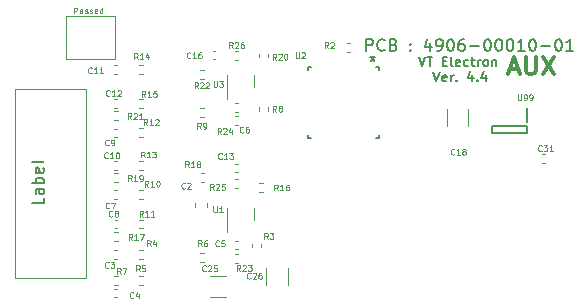
<source format=gbr>
%TF.GenerationSoftware,KiCad,Pcbnew,8.0.4*%
%TF.CreationDate,2024-09-17T19:17:59+01:00*%
%TF.ProjectId,ADE_Aux_V4,4144455f-4175-4785-9f56-342e6b696361,rev?*%
%TF.SameCoordinates,Original*%
%TF.FileFunction,Legend,Top*%
%TF.FilePolarity,Positive*%
%FSLAX46Y46*%
G04 Gerber Fmt 4.6, Leading zero omitted, Abs format (unit mm)*
G04 Created by KiCad (PCBNEW 8.0.4) date 2024-09-17 19:17:59*
%MOMM*%
%LPD*%
G01*
G04 APERTURE LIST*
%ADD10C,0.100000*%
%ADD11C,0.300000*%
%ADD12C,0.200000*%
%ADD13C,0.150000*%
%ADD14C,0.120000*%
%ADD15C,0.152400*%
G04 APERTURE END LIST*
D10*
X-15443200Y41579800D02*
X-11328400Y41579800D01*
X-11328400Y37922200D01*
X-15443200Y37922200D01*
X-15443200Y41579800D01*
D11*
X22120457Y37088242D02*
X22834743Y37088242D01*
X21977600Y36659671D02*
X22477600Y38159671D01*
X22477600Y38159671D02*
X22977600Y36659671D01*
X23477599Y38159671D02*
X23477599Y36945385D01*
X23477599Y36945385D02*
X23549028Y36802528D01*
X23549028Y36802528D02*
X23620457Y36731100D01*
X23620457Y36731100D02*
X23763314Y36659671D01*
X23763314Y36659671D02*
X24049028Y36659671D01*
X24049028Y36659671D02*
X24191885Y36731100D01*
X24191885Y36731100D02*
X24263314Y36802528D01*
X24263314Y36802528D02*
X24334742Y36945385D01*
X24334742Y36945385D02*
X24334742Y38159671D01*
X24906171Y38159671D02*
X25906171Y36659671D01*
X25906171Y38159671D02*
X24906171Y36659671D01*
D12*
X14431768Y38142881D02*
X14698435Y37342881D01*
X14698435Y37342881D02*
X14965101Y38142881D01*
X15117482Y38142881D02*
X15574625Y38142881D01*
X15346053Y37342881D02*
X15346053Y38142881D01*
X16450816Y37761929D02*
X16717482Y37761929D01*
X16831768Y37342881D02*
X16450816Y37342881D01*
X16450816Y37342881D02*
X16450816Y38142881D01*
X16450816Y38142881D02*
X16831768Y38142881D01*
X17288911Y37342881D02*
X17212721Y37380977D01*
X17212721Y37380977D02*
X17174626Y37457167D01*
X17174626Y37457167D02*
X17174626Y38142881D01*
X17898436Y37380977D02*
X17822245Y37342881D01*
X17822245Y37342881D02*
X17669864Y37342881D01*
X17669864Y37342881D02*
X17593674Y37380977D01*
X17593674Y37380977D02*
X17555578Y37457167D01*
X17555578Y37457167D02*
X17555578Y37761929D01*
X17555578Y37761929D02*
X17593674Y37838119D01*
X17593674Y37838119D02*
X17669864Y37876215D01*
X17669864Y37876215D02*
X17822245Y37876215D01*
X17822245Y37876215D02*
X17898436Y37838119D01*
X17898436Y37838119D02*
X17936531Y37761929D01*
X17936531Y37761929D02*
X17936531Y37685738D01*
X17936531Y37685738D02*
X17555578Y37609548D01*
X18622245Y37380977D02*
X18546054Y37342881D01*
X18546054Y37342881D02*
X18393673Y37342881D01*
X18393673Y37342881D02*
X18317483Y37380977D01*
X18317483Y37380977D02*
X18279388Y37419072D01*
X18279388Y37419072D02*
X18241292Y37495262D01*
X18241292Y37495262D02*
X18241292Y37723834D01*
X18241292Y37723834D02*
X18279388Y37800024D01*
X18279388Y37800024D02*
X18317483Y37838119D01*
X18317483Y37838119D02*
X18393673Y37876215D01*
X18393673Y37876215D02*
X18546054Y37876215D01*
X18546054Y37876215D02*
X18622245Y37838119D01*
X18850816Y37876215D02*
X19155578Y37876215D01*
X18965102Y38142881D02*
X18965102Y37457167D01*
X18965102Y37457167D02*
X19003197Y37380977D01*
X19003197Y37380977D02*
X19079387Y37342881D01*
X19079387Y37342881D02*
X19155578Y37342881D01*
X19422245Y37342881D02*
X19422245Y37876215D01*
X19422245Y37723834D02*
X19460340Y37800024D01*
X19460340Y37800024D02*
X19498435Y37838119D01*
X19498435Y37838119D02*
X19574626Y37876215D01*
X19574626Y37876215D02*
X19650816Y37876215D01*
X20031768Y37342881D02*
X19955578Y37380977D01*
X19955578Y37380977D02*
X19917483Y37419072D01*
X19917483Y37419072D02*
X19879387Y37495262D01*
X19879387Y37495262D02*
X19879387Y37723834D01*
X19879387Y37723834D02*
X19917483Y37800024D01*
X19917483Y37800024D02*
X19955578Y37838119D01*
X19955578Y37838119D02*
X20031768Y37876215D01*
X20031768Y37876215D02*
X20146054Y37876215D01*
X20146054Y37876215D02*
X20222245Y37838119D01*
X20222245Y37838119D02*
X20260340Y37800024D01*
X20260340Y37800024D02*
X20298435Y37723834D01*
X20298435Y37723834D02*
X20298435Y37495262D01*
X20298435Y37495262D02*
X20260340Y37419072D01*
X20260340Y37419072D02*
X20222245Y37380977D01*
X20222245Y37380977D02*
X20146054Y37342881D01*
X20146054Y37342881D02*
X20031768Y37342881D01*
X20641293Y37876215D02*
X20641293Y37342881D01*
X20641293Y37800024D02*
X20679388Y37838119D01*
X20679388Y37838119D02*
X20755578Y37876215D01*
X20755578Y37876215D02*
X20869864Y37876215D01*
X20869864Y37876215D02*
X20946055Y37838119D01*
X20946055Y37838119D02*
X20984150Y37761929D01*
X20984150Y37761929D02*
X20984150Y37342881D01*
X15650816Y36854926D02*
X15917483Y36054926D01*
X15917483Y36054926D02*
X16184149Y36854926D01*
X16755578Y36093022D02*
X16679387Y36054926D01*
X16679387Y36054926D02*
X16527006Y36054926D01*
X16527006Y36054926D02*
X16450816Y36093022D01*
X16450816Y36093022D02*
X16412720Y36169212D01*
X16412720Y36169212D02*
X16412720Y36473974D01*
X16412720Y36473974D02*
X16450816Y36550164D01*
X16450816Y36550164D02*
X16527006Y36588260D01*
X16527006Y36588260D02*
X16679387Y36588260D01*
X16679387Y36588260D02*
X16755578Y36550164D01*
X16755578Y36550164D02*
X16793673Y36473974D01*
X16793673Y36473974D02*
X16793673Y36397783D01*
X16793673Y36397783D02*
X16412720Y36321593D01*
X17136530Y36054926D02*
X17136530Y36588260D01*
X17136530Y36435879D02*
X17174625Y36512069D01*
X17174625Y36512069D02*
X17212720Y36550164D01*
X17212720Y36550164D02*
X17288911Y36588260D01*
X17288911Y36588260D02*
X17365101Y36588260D01*
X17631768Y36131117D02*
X17669863Y36093022D01*
X17669863Y36093022D02*
X17631768Y36054926D01*
X17631768Y36054926D02*
X17593672Y36093022D01*
X17593672Y36093022D02*
X17631768Y36131117D01*
X17631768Y36131117D02*
X17631768Y36054926D01*
X18965101Y36588260D02*
X18965101Y36054926D01*
X18774625Y36893022D02*
X18584148Y36321593D01*
X18584148Y36321593D02*
X19079387Y36321593D01*
X19384149Y36131117D02*
X19422244Y36093022D01*
X19422244Y36093022D02*
X19384149Y36054926D01*
X19384149Y36054926D02*
X19346053Y36093022D01*
X19346053Y36093022D02*
X19384149Y36131117D01*
X19384149Y36131117D02*
X19384149Y36054926D01*
X20107958Y36588260D02*
X20107958Y36054926D01*
X19917482Y36893022D02*
X19727005Y36321593D01*
X19727005Y36321593D02*
X20222244Y36321593D01*
X10515599Y38241380D02*
X10515599Y38003285D01*
X10753694Y38098523D02*
X10515599Y38003285D01*
X10515599Y38003285D02*
X10277504Y38098523D01*
X10658456Y37812809D02*
X10515599Y38003285D01*
X10515599Y38003285D02*
X10372742Y37812809D01*
X9956305Y38638380D02*
X9956305Y39638380D01*
X9956305Y39638380D02*
X10337257Y39638380D01*
X10337257Y39638380D02*
X10432495Y39590761D01*
X10432495Y39590761D02*
X10480114Y39543142D01*
X10480114Y39543142D02*
X10527733Y39447904D01*
X10527733Y39447904D02*
X10527733Y39305047D01*
X10527733Y39305047D02*
X10480114Y39209809D01*
X10480114Y39209809D02*
X10432495Y39162190D01*
X10432495Y39162190D02*
X10337257Y39114571D01*
X10337257Y39114571D02*
X9956305Y39114571D01*
X11527733Y38733619D02*
X11480114Y38686000D01*
X11480114Y38686000D02*
X11337257Y38638380D01*
X11337257Y38638380D02*
X11242019Y38638380D01*
X11242019Y38638380D02*
X11099162Y38686000D01*
X11099162Y38686000D02*
X11003924Y38781238D01*
X11003924Y38781238D02*
X10956305Y38876476D01*
X10956305Y38876476D02*
X10908686Y39066952D01*
X10908686Y39066952D02*
X10908686Y39209809D01*
X10908686Y39209809D02*
X10956305Y39400285D01*
X10956305Y39400285D02*
X11003924Y39495523D01*
X11003924Y39495523D02*
X11099162Y39590761D01*
X11099162Y39590761D02*
X11242019Y39638380D01*
X11242019Y39638380D02*
X11337257Y39638380D01*
X11337257Y39638380D02*
X11480114Y39590761D01*
X11480114Y39590761D02*
X11527733Y39543142D01*
X12289638Y39162190D02*
X12432495Y39114571D01*
X12432495Y39114571D02*
X12480114Y39066952D01*
X12480114Y39066952D02*
X12527733Y38971714D01*
X12527733Y38971714D02*
X12527733Y38828857D01*
X12527733Y38828857D02*
X12480114Y38733619D01*
X12480114Y38733619D02*
X12432495Y38686000D01*
X12432495Y38686000D02*
X12337257Y38638380D01*
X12337257Y38638380D02*
X11956305Y38638380D01*
X11956305Y38638380D02*
X11956305Y39638380D01*
X11956305Y39638380D02*
X12289638Y39638380D01*
X12289638Y39638380D02*
X12384876Y39590761D01*
X12384876Y39590761D02*
X12432495Y39543142D01*
X12432495Y39543142D02*
X12480114Y39447904D01*
X12480114Y39447904D02*
X12480114Y39352666D01*
X12480114Y39352666D02*
X12432495Y39257428D01*
X12432495Y39257428D02*
X12384876Y39209809D01*
X12384876Y39209809D02*
X12289638Y39162190D01*
X12289638Y39162190D02*
X11956305Y39162190D01*
X13718210Y38733619D02*
X13765829Y38686000D01*
X13765829Y38686000D02*
X13718210Y38638380D01*
X13718210Y38638380D02*
X13670591Y38686000D01*
X13670591Y38686000D02*
X13718210Y38733619D01*
X13718210Y38733619D02*
X13718210Y38638380D01*
X13718210Y39257428D02*
X13765829Y39209809D01*
X13765829Y39209809D02*
X13718210Y39162190D01*
X13718210Y39162190D02*
X13670591Y39209809D01*
X13670591Y39209809D02*
X13718210Y39257428D01*
X13718210Y39257428D02*
X13718210Y39162190D01*
X15384876Y39305047D02*
X15384876Y38638380D01*
X15146781Y39686000D02*
X14908686Y38971714D01*
X14908686Y38971714D02*
X15527733Y38971714D01*
X15956305Y38638380D02*
X16146781Y38638380D01*
X16146781Y38638380D02*
X16242019Y38686000D01*
X16242019Y38686000D02*
X16289638Y38733619D01*
X16289638Y38733619D02*
X16384876Y38876476D01*
X16384876Y38876476D02*
X16432495Y39066952D01*
X16432495Y39066952D02*
X16432495Y39447904D01*
X16432495Y39447904D02*
X16384876Y39543142D01*
X16384876Y39543142D02*
X16337257Y39590761D01*
X16337257Y39590761D02*
X16242019Y39638380D01*
X16242019Y39638380D02*
X16051543Y39638380D01*
X16051543Y39638380D02*
X15956305Y39590761D01*
X15956305Y39590761D02*
X15908686Y39543142D01*
X15908686Y39543142D02*
X15861067Y39447904D01*
X15861067Y39447904D02*
X15861067Y39209809D01*
X15861067Y39209809D02*
X15908686Y39114571D01*
X15908686Y39114571D02*
X15956305Y39066952D01*
X15956305Y39066952D02*
X16051543Y39019333D01*
X16051543Y39019333D02*
X16242019Y39019333D01*
X16242019Y39019333D02*
X16337257Y39066952D01*
X16337257Y39066952D02*
X16384876Y39114571D01*
X16384876Y39114571D02*
X16432495Y39209809D01*
X17051543Y39638380D02*
X17146781Y39638380D01*
X17146781Y39638380D02*
X17242019Y39590761D01*
X17242019Y39590761D02*
X17289638Y39543142D01*
X17289638Y39543142D02*
X17337257Y39447904D01*
X17337257Y39447904D02*
X17384876Y39257428D01*
X17384876Y39257428D02*
X17384876Y39019333D01*
X17384876Y39019333D02*
X17337257Y38828857D01*
X17337257Y38828857D02*
X17289638Y38733619D01*
X17289638Y38733619D02*
X17242019Y38686000D01*
X17242019Y38686000D02*
X17146781Y38638380D01*
X17146781Y38638380D02*
X17051543Y38638380D01*
X17051543Y38638380D02*
X16956305Y38686000D01*
X16956305Y38686000D02*
X16908686Y38733619D01*
X16908686Y38733619D02*
X16861067Y38828857D01*
X16861067Y38828857D02*
X16813448Y39019333D01*
X16813448Y39019333D02*
X16813448Y39257428D01*
X16813448Y39257428D02*
X16861067Y39447904D01*
X16861067Y39447904D02*
X16908686Y39543142D01*
X16908686Y39543142D02*
X16956305Y39590761D01*
X16956305Y39590761D02*
X17051543Y39638380D01*
X18242019Y39638380D02*
X18051543Y39638380D01*
X18051543Y39638380D02*
X17956305Y39590761D01*
X17956305Y39590761D02*
X17908686Y39543142D01*
X17908686Y39543142D02*
X17813448Y39400285D01*
X17813448Y39400285D02*
X17765829Y39209809D01*
X17765829Y39209809D02*
X17765829Y38828857D01*
X17765829Y38828857D02*
X17813448Y38733619D01*
X17813448Y38733619D02*
X17861067Y38686000D01*
X17861067Y38686000D02*
X17956305Y38638380D01*
X17956305Y38638380D02*
X18146781Y38638380D01*
X18146781Y38638380D02*
X18242019Y38686000D01*
X18242019Y38686000D02*
X18289638Y38733619D01*
X18289638Y38733619D02*
X18337257Y38828857D01*
X18337257Y38828857D02*
X18337257Y39066952D01*
X18337257Y39066952D02*
X18289638Y39162190D01*
X18289638Y39162190D02*
X18242019Y39209809D01*
X18242019Y39209809D02*
X18146781Y39257428D01*
X18146781Y39257428D02*
X17956305Y39257428D01*
X17956305Y39257428D02*
X17861067Y39209809D01*
X17861067Y39209809D02*
X17813448Y39162190D01*
X17813448Y39162190D02*
X17765829Y39066952D01*
X18765829Y39019333D02*
X19527734Y39019333D01*
X20194400Y39638380D02*
X20289638Y39638380D01*
X20289638Y39638380D02*
X20384876Y39590761D01*
X20384876Y39590761D02*
X20432495Y39543142D01*
X20432495Y39543142D02*
X20480114Y39447904D01*
X20480114Y39447904D02*
X20527733Y39257428D01*
X20527733Y39257428D02*
X20527733Y39019333D01*
X20527733Y39019333D02*
X20480114Y38828857D01*
X20480114Y38828857D02*
X20432495Y38733619D01*
X20432495Y38733619D02*
X20384876Y38686000D01*
X20384876Y38686000D02*
X20289638Y38638380D01*
X20289638Y38638380D02*
X20194400Y38638380D01*
X20194400Y38638380D02*
X20099162Y38686000D01*
X20099162Y38686000D02*
X20051543Y38733619D01*
X20051543Y38733619D02*
X20003924Y38828857D01*
X20003924Y38828857D02*
X19956305Y39019333D01*
X19956305Y39019333D02*
X19956305Y39257428D01*
X19956305Y39257428D02*
X20003924Y39447904D01*
X20003924Y39447904D02*
X20051543Y39543142D01*
X20051543Y39543142D02*
X20099162Y39590761D01*
X20099162Y39590761D02*
X20194400Y39638380D01*
X21146781Y39638380D02*
X21242019Y39638380D01*
X21242019Y39638380D02*
X21337257Y39590761D01*
X21337257Y39590761D02*
X21384876Y39543142D01*
X21384876Y39543142D02*
X21432495Y39447904D01*
X21432495Y39447904D02*
X21480114Y39257428D01*
X21480114Y39257428D02*
X21480114Y39019333D01*
X21480114Y39019333D02*
X21432495Y38828857D01*
X21432495Y38828857D02*
X21384876Y38733619D01*
X21384876Y38733619D02*
X21337257Y38686000D01*
X21337257Y38686000D02*
X21242019Y38638380D01*
X21242019Y38638380D02*
X21146781Y38638380D01*
X21146781Y38638380D02*
X21051543Y38686000D01*
X21051543Y38686000D02*
X21003924Y38733619D01*
X21003924Y38733619D02*
X20956305Y38828857D01*
X20956305Y38828857D02*
X20908686Y39019333D01*
X20908686Y39019333D02*
X20908686Y39257428D01*
X20908686Y39257428D02*
X20956305Y39447904D01*
X20956305Y39447904D02*
X21003924Y39543142D01*
X21003924Y39543142D02*
X21051543Y39590761D01*
X21051543Y39590761D02*
X21146781Y39638380D01*
X22099162Y39638380D02*
X22194400Y39638380D01*
X22194400Y39638380D02*
X22289638Y39590761D01*
X22289638Y39590761D02*
X22337257Y39543142D01*
X22337257Y39543142D02*
X22384876Y39447904D01*
X22384876Y39447904D02*
X22432495Y39257428D01*
X22432495Y39257428D02*
X22432495Y39019333D01*
X22432495Y39019333D02*
X22384876Y38828857D01*
X22384876Y38828857D02*
X22337257Y38733619D01*
X22337257Y38733619D02*
X22289638Y38686000D01*
X22289638Y38686000D02*
X22194400Y38638380D01*
X22194400Y38638380D02*
X22099162Y38638380D01*
X22099162Y38638380D02*
X22003924Y38686000D01*
X22003924Y38686000D02*
X21956305Y38733619D01*
X21956305Y38733619D02*
X21908686Y38828857D01*
X21908686Y38828857D02*
X21861067Y39019333D01*
X21861067Y39019333D02*
X21861067Y39257428D01*
X21861067Y39257428D02*
X21908686Y39447904D01*
X21908686Y39447904D02*
X21956305Y39543142D01*
X21956305Y39543142D02*
X22003924Y39590761D01*
X22003924Y39590761D02*
X22099162Y39638380D01*
X23384876Y38638380D02*
X22813448Y38638380D01*
X23099162Y38638380D02*
X23099162Y39638380D01*
X23099162Y39638380D02*
X23003924Y39495523D01*
X23003924Y39495523D02*
X22908686Y39400285D01*
X22908686Y39400285D02*
X22813448Y39352666D01*
X24003924Y39638380D02*
X24099162Y39638380D01*
X24099162Y39638380D02*
X24194400Y39590761D01*
X24194400Y39590761D02*
X24242019Y39543142D01*
X24242019Y39543142D02*
X24289638Y39447904D01*
X24289638Y39447904D02*
X24337257Y39257428D01*
X24337257Y39257428D02*
X24337257Y39019333D01*
X24337257Y39019333D02*
X24289638Y38828857D01*
X24289638Y38828857D02*
X24242019Y38733619D01*
X24242019Y38733619D02*
X24194400Y38686000D01*
X24194400Y38686000D02*
X24099162Y38638380D01*
X24099162Y38638380D02*
X24003924Y38638380D01*
X24003924Y38638380D02*
X23908686Y38686000D01*
X23908686Y38686000D02*
X23861067Y38733619D01*
X23861067Y38733619D02*
X23813448Y38828857D01*
X23813448Y38828857D02*
X23765829Y39019333D01*
X23765829Y39019333D02*
X23765829Y39257428D01*
X23765829Y39257428D02*
X23813448Y39447904D01*
X23813448Y39447904D02*
X23861067Y39543142D01*
X23861067Y39543142D02*
X23908686Y39590761D01*
X23908686Y39590761D02*
X24003924Y39638380D01*
X24765829Y39019333D02*
X25527734Y39019333D01*
X26194400Y39638380D02*
X26289638Y39638380D01*
X26289638Y39638380D02*
X26384876Y39590761D01*
X26384876Y39590761D02*
X26432495Y39543142D01*
X26432495Y39543142D02*
X26480114Y39447904D01*
X26480114Y39447904D02*
X26527733Y39257428D01*
X26527733Y39257428D02*
X26527733Y39019333D01*
X26527733Y39019333D02*
X26480114Y38828857D01*
X26480114Y38828857D02*
X26432495Y38733619D01*
X26432495Y38733619D02*
X26384876Y38686000D01*
X26384876Y38686000D02*
X26289638Y38638380D01*
X26289638Y38638380D02*
X26194400Y38638380D01*
X26194400Y38638380D02*
X26099162Y38686000D01*
X26099162Y38686000D02*
X26051543Y38733619D01*
X26051543Y38733619D02*
X26003924Y38828857D01*
X26003924Y38828857D02*
X25956305Y39019333D01*
X25956305Y39019333D02*
X25956305Y39257428D01*
X25956305Y39257428D02*
X26003924Y39447904D01*
X26003924Y39447904D02*
X26051543Y39543142D01*
X26051543Y39543142D02*
X26099162Y39590761D01*
X26099162Y39590761D02*
X26194400Y39638380D01*
X27480114Y38638380D02*
X26908686Y38638380D01*
X27194400Y38638380D02*
X27194400Y39638380D01*
X27194400Y39638380D02*
X27099162Y39495523D01*
X27099162Y39495523D02*
X27003924Y39400285D01*
X27003924Y39400285D02*
X26908686Y39352666D01*
D13*
X-17350580Y26197085D02*
X-17350580Y25720895D01*
X-17350580Y25720895D02*
X-18350580Y25720895D01*
X-17350580Y26958990D02*
X-17874390Y26958990D01*
X-17874390Y26958990D02*
X-17969628Y26911371D01*
X-17969628Y26911371D02*
X-18017247Y26816133D01*
X-18017247Y26816133D02*
X-18017247Y26625657D01*
X-18017247Y26625657D02*
X-17969628Y26530419D01*
X-17398200Y26958990D02*
X-17350580Y26863752D01*
X-17350580Y26863752D02*
X-17350580Y26625657D01*
X-17350580Y26625657D02*
X-17398200Y26530419D01*
X-17398200Y26530419D02*
X-17493438Y26482800D01*
X-17493438Y26482800D02*
X-17588676Y26482800D01*
X-17588676Y26482800D02*
X-17683914Y26530419D01*
X-17683914Y26530419D02*
X-17731533Y26625657D01*
X-17731533Y26625657D02*
X-17731533Y26863752D01*
X-17731533Y26863752D02*
X-17779152Y26958990D01*
X-17350580Y27435181D02*
X-18350580Y27435181D01*
X-17969628Y27435181D02*
X-18017247Y27530419D01*
X-18017247Y27530419D02*
X-18017247Y27720895D01*
X-18017247Y27720895D02*
X-17969628Y27816133D01*
X-17969628Y27816133D02*
X-17922009Y27863752D01*
X-17922009Y27863752D02*
X-17826771Y27911371D01*
X-17826771Y27911371D02*
X-17541057Y27911371D01*
X-17541057Y27911371D02*
X-17445819Y27863752D01*
X-17445819Y27863752D02*
X-17398200Y27816133D01*
X-17398200Y27816133D02*
X-17350580Y27720895D01*
X-17350580Y27720895D02*
X-17350580Y27530419D01*
X-17350580Y27530419D02*
X-17398200Y27435181D01*
X-17398200Y28720895D02*
X-17350580Y28625657D01*
X-17350580Y28625657D02*
X-17350580Y28435181D01*
X-17350580Y28435181D02*
X-17398200Y28339943D01*
X-17398200Y28339943D02*
X-17493438Y28292324D01*
X-17493438Y28292324D02*
X-17874390Y28292324D01*
X-17874390Y28292324D02*
X-17969628Y28339943D01*
X-17969628Y28339943D02*
X-18017247Y28435181D01*
X-18017247Y28435181D02*
X-18017247Y28625657D01*
X-18017247Y28625657D02*
X-17969628Y28720895D01*
X-17969628Y28720895D02*
X-17874390Y28768514D01*
X-17874390Y28768514D02*
X-17779152Y28768514D01*
X-17779152Y28768514D02*
X-17683914Y28292324D01*
X-17350580Y29339943D02*
X-17398200Y29244705D01*
X-17398200Y29244705D02*
X-17493438Y29197086D01*
X-17493438Y29197086D02*
X-18350580Y29197086D01*
D10*
X-14765980Y41810890D02*
X-14765980Y42310890D01*
X-14765980Y42310890D02*
X-14575504Y42310890D01*
X-14575504Y42310890D02*
X-14527885Y42287080D01*
X-14527885Y42287080D02*
X-14504075Y42263271D01*
X-14504075Y42263271D02*
X-14480266Y42215652D01*
X-14480266Y42215652D02*
X-14480266Y42144223D01*
X-14480266Y42144223D02*
X-14504075Y42096604D01*
X-14504075Y42096604D02*
X-14527885Y42072795D01*
X-14527885Y42072795D02*
X-14575504Y42048985D01*
X-14575504Y42048985D02*
X-14765980Y42048985D01*
X-14051694Y41810890D02*
X-14051694Y42072795D01*
X-14051694Y42072795D02*
X-14075504Y42120414D01*
X-14075504Y42120414D02*
X-14123123Y42144223D01*
X-14123123Y42144223D02*
X-14218361Y42144223D01*
X-14218361Y42144223D02*
X-14265980Y42120414D01*
X-14051694Y41834700D02*
X-14099313Y41810890D01*
X-14099313Y41810890D02*
X-14218361Y41810890D01*
X-14218361Y41810890D02*
X-14265980Y41834700D01*
X-14265980Y41834700D02*
X-14289789Y41882319D01*
X-14289789Y41882319D02*
X-14289789Y41929938D01*
X-14289789Y41929938D02*
X-14265980Y41977557D01*
X-14265980Y41977557D02*
X-14218361Y42001366D01*
X-14218361Y42001366D02*
X-14099313Y42001366D01*
X-14099313Y42001366D02*
X-14051694Y42025176D01*
X-13837408Y41834700D02*
X-13789789Y41810890D01*
X-13789789Y41810890D02*
X-13694551Y41810890D01*
X-13694551Y41810890D02*
X-13646932Y41834700D01*
X-13646932Y41834700D02*
X-13623123Y41882319D01*
X-13623123Y41882319D02*
X-13623123Y41906128D01*
X-13623123Y41906128D02*
X-13646932Y41953747D01*
X-13646932Y41953747D02*
X-13694551Y41977557D01*
X-13694551Y41977557D02*
X-13765980Y41977557D01*
X-13765980Y41977557D02*
X-13813599Y42001366D01*
X-13813599Y42001366D02*
X-13837408Y42048985D01*
X-13837408Y42048985D02*
X-13837408Y42072795D01*
X-13837408Y42072795D02*
X-13813599Y42120414D01*
X-13813599Y42120414D02*
X-13765980Y42144223D01*
X-13765980Y42144223D02*
X-13694551Y42144223D01*
X-13694551Y42144223D02*
X-13646932Y42120414D01*
X-13432646Y41834700D02*
X-13385027Y41810890D01*
X-13385027Y41810890D02*
X-13289789Y41810890D01*
X-13289789Y41810890D02*
X-13242170Y41834700D01*
X-13242170Y41834700D02*
X-13218361Y41882319D01*
X-13218361Y41882319D02*
X-13218361Y41906128D01*
X-13218361Y41906128D02*
X-13242170Y41953747D01*
X-13242170Y41953747D02*
X-13289789Y41977557D01*
X-13289789Y41977557D02*
X-13361218Y41977557D01*
X-13361218Y41977557D02*
X-13408837Y42001366D01*
X-13408837Y42001366D02*
X-13432646Y42048985D01*
X-13432646Y42048985D02*
X-13432646Y42072795D01*
X-13432646Y42072795D02*
X-13408837Y42120414D01*
X-13408837Y42120414D02*
X-13361218Y42144223D01*
X-13361218Y42144223D02*
X-13289789Y42144223D01*
X-13289789Y42144223D02*
X-13242170Y42120414D01*
X-12813599Y41834700D02*
X-12861218Y41810890D01*
X-12861218Y41810890D02*
X-12956456Y41810890D01*
X-12956456Y41810890D02*
X-13004075Y41834700D01*
X-13004075Y41834700D02*
X-13027884Y41882319D01*
X-13027884Y41882319D02*
X-13027884Y42072795D01*
X-13027884Y42072795D02*
X-13004075Y42120414D01*
X-13004075Y42120414D02*
X-12956456Y42144223D01*
X-12956456Y42144223D02*
X-12861218Y42144223D01*
X-12861218Y42144223D02*
X-12813599Y42120414D01*
X-12813599Y42120414D02*
X-12789789Y42072795D01*
X-12789789Y42072795D02*
X-12789789Y42025176D01*
X-12789789Y42025176D02*
X-13027884Y41977557D01*
X-12361218Y41810890D02*
X-12361218Y42310890D01*
X-12361218Y41834700D02*
X-12408837Y41810890D01*
X-12408837Y41810890D02*
X-12504075Y41810890D01*
X-12504075Y41810890D02*
X-12551694Y41834700D01*
X-12551694Y41834700D02*
X-12575504Y41858509D01*
X-12575504Y41858509D02*
X-12599313Y41906128D01*
X-12599313Y41906128D02*
X-12599313Y42048985D01*
X-12599313Y42048985D02*
X-12575504Y42096604D01*
X-12575504Y42096604D02*
X-12551694Y42120414D01*
X-12551694Y42120414D02*
X-12504075Y42144223D01*
X-12504075Y42144223D02*
X-12408837Y42144223D01*
X-12408837Y42144223D02*
X-12361218Y42120414D01*
X-2937628Y26875690D02*
X-3104294Y27113785D01*
X-3223342Y26875690D02*
X-3223342Y27375690D01*
X-3223342Y27375690D02*
X-3032866Y27375690D01*
X-3032866Y27375690D02*
X-2985247Y27351880D01*
X-2985247Y27351880D02*
X-2961437Y27328071D01*
X-2961437Y27328071D02*
X-2937628Y27280452D01*
X-2937628Y27280452D02*
X-2937628Y27209023D01*
X-2937628Y27209023D02*
X-2961437Y27161404D01*
X-2961437Y27161404D02*
X-2985247Y27137595D01*
X-2985247Y27137595D02*
X-3032866Y27113785D01*
X-3032866Y27113785D02*
X-3223342Y27113785D01*
X-2747151Y27328071D02*
X-2723342Y27351880D01*
X-2723342Y27351880D02*
X-2675723Y27375690D01*
X-2675723Y27375690D02*
X-2556675Y27375690D01*
X-2556675Y27375690D02*
X-2509056Y27351880D01*
X-2509056Y27351880D02*
X-2485247Y27328071D01*
X-2485247Y27328071D02*
X-2461437Y27280452D01*
X-2461437Y27280452D02*
X-2461437Y27232833D01*
X-2461437Y27232833D02*
X-2485247Y27161404D01*
X-2485247Y27161404D02*
X-2770961Y26875690D01*
X-2770961Y26875690D02*
X-2461437Y26875690D01*
X-2009057Y27375690D02*
X-2247152Y27375690D01*
X-2247152Y27375690D02*
X-2270961Y27137595D01*
X-2270961Y27137595D02*
X-2247152Y27161404D01*
X-2247152Y27161404D02*
X-2199533Y27185214D01*
X-2199533Y27185214D02*
X-2080485Y27185214D01*
X-2080485Y27185214D02*
X-2032866Y27161404D01*
X-2032866Y27161404D02*
X-2009057Y27137595D01*
X-2009057Y27137595D02*
X-1985247Y27089976D01*
X-1985247Y27089976D02*
X-1985247Y26970928D01*
X-1985247Y26970928D02*
X-2009057Y26923309D01*
X-2009057Y26923309D02*
X-2032866Y26899500D01*
X-2032866Y26899500D02*
X-2080485Y26875690D01*
X-2080485Y26875690D02*
X-2199533Y26875690D01*
X-2199533Y26875690D02*
X-2247152Y26899500D01*
X-2247152Y26899500D02*
X-2270961Y26923309D01*
X-5045828Y28780690D02*
X-5212494Y29018785D01*
X-5331542Y28780690D02*
X-5331542Y29280690D01*
X-5331542Y29280690D02*
X-5141066Y29280690D01*
X-5141066Y29280690D02*
X-5093447Y29256880D01*
X-5093447Y29256880D02*
X-5069637Y29233071D01*
X-5069637Y29233071D02*
X-5045828Y29185452D01*
X-5045828Y29185452D02*
X-5045828Y29114023D01*
X-5045828Y29114023D02*
X-5069637Y29066404D01*
X-5069637Y29066404D02*
X-5093447Y29042595D01*
X-5093447Y29042595D02*
X-5141066Y29018785D01*
X-5141066Y29018785D02*
X-5331542Y29018785D01*
X-4569637Y28780690D02*
X-4855351Y28780690D01*
X-4712494Y28780690D02*
X-4712494Y29280690D01*
X-4712494Y29280690D02*
X-4760113Y29209261D01*
X-4760113Y29209261D02*
X-4807732Y29161642D01*
X-4807732Y29161642D02*
X-4855351Y29137833D01*
X-4283923Y29066404D02*
X-4331542Y29090214D01*
X-4331542Y29090214D02*
X-4355352Y29114023D01*
X-4355352Y29114023D02*
X-4379161Y29161642D01*
X-4379161Y29161642D02*
X-4379161Y29185452D01*
X-4379161Y29185452D02*
X-4355352Y29233071D01*
X-4355352Y29233071D02*
X-4331542Y29256880D01*
X-4331542Y29256880D02*
X-4283923Y29280690D01*
X-4283923Y29280690D02*
X-4188685Y29280690D01*
X-4188685Y29280690D02*
X-4141066Y29256880D01*
X-4141066Y29256880D02*
X-4117257Y29233071D01*
X-4117257Y29233071D02*
X-4093447Y29185452D01*
X-4093447Y29185452D02*
X-4093447Y29161642D01*
X-4093447Y29161642D02*
X-4117257Y29114023D01*
X-4117257Y29114023D02*
X-4141066Y29090214D01*
X-4141066Y29090214D02*
X-4188685Y29066404D01*
X-4188685Y29066404D02*
X-4283923Y29066404D01*
X-4283923Y29066404D02*
X-4331542Y29042595D01*
X-4331542Y29042595D02*
X-4355352Y29018785D01*
X-4355352Y29018785D02*
X-4379161Y28971166D01*
X-4379161Y28971166D02*
X-4379161Y28875928D01*
X-4379161Y28875928D02*
X-4355352Y28828309D01*
X-4355352Y28828309D02*
X-4331542Y28804500D01*
X-4331542Y28804500D02*
X-4283923Y28780690D01*
X-4283923Y28780690D02*
X-4188685Y28780690D01*
X-4188685Y28780690D02*
X-4141066Y28804500D01*
X-4141066Y28804500D02*
X-4117257Y28828309D01*
X-4117257Y28828309D02*
X-4093447Y28875928D01*
X-4093447Y28875928D02*
X-4093447Y28971166D01*
X-4093447Y28971166D02*
X-4117257Y29018785D01*
X-4117257Y29018785D02*
X-4141066Y29042595D01*
X-4141066Y29042595D02*
X-4188685Y29066404D01*
X-9193333Y19973890D02*
X-9359999Y20211985D01*
X-9479047Y19973890D02*
X-9479047Y20473890D01*
X-9479047Y20473890D02*
X-9288571Y20473890D01*
X-9288571Y20473890D02*
X-9240952Y20450080D01*
X-9240952Y20450080D02*
X-9217142Y20426271D01*
X-9217142Y20426271D02*
X-9193333Y20378652D01*
X-9193333Y20378652D02*
X-9193333Y20307223D01*
X-9193333Y20307223D02*
X-9217142Y20259604D01*
X-9217142Y20259604D02*
X-9240952Y20235795D01*
X-9240952Y20235795D02*
X-9288571Y20211985D01*
X-9288571Y20211985D02*
X-9479047Y20211985D01*
X-8740952Y20473890D02*
X-8979047Y20473890D01*
X-8979047Y20473890D02*
X-9002856Y20235795D01*
X-9002856Y20235795D02*
X-8979047Y20259604D01*
X-8979047Y20259604D02*
X-8931428Y20283414D01*
X-8931428Y20283414D02*
X-8812380Y20283414D01*
X-8812380Y20283414D02*
X-8764761Y20259604D01*
X-8764761Y20259604D02*
X-8740952Y20235795D01*
X-8740952Y20235795D02*
X-8717142Y20188176D01*
X-8717142Y20188176D02*
X-8717142Y20069128D01*
X-8717142Y20069128D02*
X-8740952Y20021509D01*
X-8740952Y20021509D02*
X-8764761Y19997700D01*
X-8764761Y19997700D02*
X-8812380Y19973890D01*
X-8812380Y19973890D02*
X-8931428Y19973890D01*
X-8931428Y19973890D02*
X-8979047Y19997700D01*
X-8979047Y19997700D02*
X-9002856Y20021509D01*
X-13271428Y36781509D02*
X-13295237Y36757700D01*
X-13295237Y36757700D02*
X-13366666Y36733890D01*
X-13366666Y36733890D02*
X-13414285Y36733890D01*
X-13414285Y36733890D02*
X-13485713Y36757700D01*
X-13485713Y36757700D02*
X-13533332Y36805319D01*
X-13533332Y36805319D02*
X-13557142Y36852938D01*
X-13557142Y36852938D02*
X-13580951Y36948176D01*
X-13580951Y36948176D02*
X-13580951Y37019604D01*
X-13580951Y37019604D02*
X-13557142Y37114842D01*
X-13557142Y37114842D02*
X-13533332Y37162461D01*
X-13533332Y37162461D02*
X-13485713Y37210080D01*
X-13485713Y37210080D02*
X-13414285Y37233890D01*
X-13414285Y37233890D02*
X-13366666Y37233890D01*
X-13366666Y37233890D02*
X-13295237Y37210080D01*
X-13295237Y37210080D02*
X-13271428Y37186271D01*
X-12795237Y36733890D02*
X-13080951Y36733890D01*
X-12938094Y36733890D02*
X-12938094Y37233890D01*
X-12938094Y37233890D02*
X-12985713Y37162461D01*
X-12985713Y37162461D02*
X-13033332Y37114842D01*
X-13033332Y37114842D02*
X-13080951Y37091033D01*
X-12319047Y36733890D02*
X-12604761Y36733890D01*
X-12461904Y36733890D02*
X-12461904Y37233890D01*
X-12461904Y37233890D02*
X-12509523Y37162461D01*
X-12509523Y37162461D02*
X-12557142Y37114842D01*
X-12557142Y37114842D02*
X-12604761Y37091033D01*
X-2251828Y29539509D02*
X-2275637Y29515700D01*
X-2275637Y29515700D02*
X-2347066Y29491890D01*
X-2347066Y29491890D02*
X-2394685Y29491890D01*
X-2394685Y29491890D02*
X-2466113Y29515700D01*
X-2466113Y29515700D02*
X-2513732Y29563319D01*
X-2513732Y29563319D02*
X-2537542Y29610938D01*
X-2537542Y29610938D02*
X-2561351Y29706176D01*
X-2561351Y29706176D02*
X-2561351Y29777604D01*
X-2561351Y29777604D02*
X-2537542Y29872842D01*
X-2537542Y29872842D02*
X-2513732Y29920461D01*
X-2513732Y29920461D02*
X-2466113Y29968080D01*
X-2466113Y29968080D02*
X-2394685Y29991890D01*
X-2394685Y29991890D02*
X-2347066Y29991890D01*
X-2347066Y29991890D02*
X-2275637Y29968080D01*
X-2275637Y29968080D02*
X-2251828Y29944271D01*
X-1775637Y29491890D02*
X-2061351Y29491890D01*
X-1918494Y29491890D02*
X-1918494Y29991890D01*
X-1918494Y29991890D02*
X-1966113Y29920461D01*
X-1966113Y29920461D02*
X-2013732Y29872842D01*
X-2013732Y29872842D02*
X-2061351Y29849033D01*
X-1608971Y29991890D02*
X-1299447Y29991890D01*
X-1299447Y29991890D02*
X-1466114Y29801414D01*
X-1466114Y29801414D02*
X-1394685Y29801414D01*
X-1394685Y29801414D02*
X-1347066Y29777604D01*
X-1347066Y29777604D02*
X-1323257Y29753795D01*
X-1323257Y29753795D02*
X-1299447Y29706176D01*
X-1299447Y29706176D02*
X-1299447Y29587128D01*
X-1299447Y29587128D02*
X-1323257Y29539509D01*
X-1323257Y29539509D02*
X-1347066Y29515700D01*
X-1347066Y29515700D02*
X-1394685Y29491890D01*
X-1394685Y29491890D02*
X-1537542Y29491890D01*
X-1537542Y29491890D02*
X-1585161Y29515700D01*
X-1585161Y29515700D02*
X-1608971Y29539509D01*
X-11843533Y20319309D02*
X-11867342Y20295500D01*
X-11867342Y20295500D02*
X-11938771Y20271690D01*
X-11938771Y20271690D02*
X-11986390Y20271690D01*
X-11986390Y20271690D02*
X-12057818Y20295500D01*
X-12057818Y20295500D02*
X-12105437Y20343119D01*
X-12105437Y20343119D02*
X-12129247Y20390738D01*
X-12129247Y20390738D02*
X-12153056Y20485976D01*
X-12153056Y20485976D02*
X-12153056Y20557404D01*
X-12153056Y20557404D02*
X-12129247Y20652642D01*
X-12129247Y20652642D02*
X-12105437Y20700261D01*
X-12105437Y20700261D02*
X-12057818Y20747880D01*
X-12057818Y20747880D02*
X-11986390Y20771690D01*
X-11986390Y20771690D02*
X-11938771Y20771690D01*
X-11938771Y20771690D02*
X-11867342Y20747880D01*
X-11867342Y20747880D02*
X-11843533Y20724071D01*
X-11676866Y20771690D02*
X-11367342Y20771690D01*
X-11367342Y20771690D02*
X-11534009Y20581214D01*
X-11534009Y20581214D02*
X-11462580Y20581214D01*
X-11462580Y20581214D02*
X-11414961Y20557404D01*
X-11414961Y20557404D02*
X-11391152Y20533595D01*
X-11391152Y20533595D02*
X-11367342Y20485976D01*
X-11367342Y20485976D02*
X-11367342Y20366928D01*
X-11367342Y20366928D02*
X-11391152Y20319309D01*
X-11391152Y20319309D02*
X-11414961Y20295500D01*
X-11414961Y20295500D02*
X-11462580Y20271690D01*
X-11462580Y20271690D02*
X-11605437Y20271690D01*
X-11605437Y20271690D02*
X-11653056Y20295500D01*
X-11653056Y20295500D02*
X-11676866Y20319309D01*
X-4033333Y32043890D02*
X-4199999Y32281985D01*
X-4319047Y32043890D02*
X-4319047Y32543890D01*
X-4319047Y32543890D02*
X-4128571Y32543890D01*
X-4128571Y32543890D02*
X-4080952Y32520080D01*
X-4080952Y32520080D02*
X-4057142Y32496271D01*
X-4057142Y32496271D02*
X-4033333Y32448652D01*
X-4033333Y32448652D02*
X-4033333Y32377223D01*
X-4033333Y32377223D02*
X-4057142Y32329604D01*
X-4057142Y32329604D02*
X-4080952Y32305795D01*
X-4080952Y32305795D02*
X-4128571Y32281985D01*
X-4128571Y32281985D02*
X-4319047Y32281985D01*
X-3795237Y32043890D02*
X-3699999Y32043890D01*
X-3699999Y32043890D02*
X-3652380Y32067700D01*
X-3652380Y32067700D02*
X-3628571Y32091509D01*
X-3628571Y32091509D02*
X-3580952Y32162938D01*
X-3580952Y32162938D02*
X-3557142Y32258176D01*
X-3557142Y32258176D02*
X-3557142Y32448652D01*
X-3557142Y32448652D02*
X-3580952Y32496271D01*
X-3580952Y32496271D02*
X-3604761Y32520080D01*
X-3604761Y32520080D02*
X-3652380Y32543890D01*
X-3652380Y32543890D02*
X-3747618Y32543890D01*
X-3747618Y32543890D02*
X-3795237Y32520080D01*
X-3795237Y32520080D02*
X-3819047Y32496271D01*
X-3819047Y32496271D02*
X-3842856Y32448652D01*
X-3842856Y32448652D02*
X-3842856Y32329604D01*
X-3842856Y32329604D02*
X-3819047Y32281985D01*
X-3819047Y32281985D02*
X-3795237Y32258176D01*
X-3795237Y32258176D02*
X-3747618Y32234366D01*
X-3747618Y32234366D02*
X-3652380Y32234366D01*
X-3652380Y32234366D02*
X-3604761Y32258176D01*
X-3604761Y32258176D02*
X-3580952Y32281985D01*
X-3580952Y32281985D02*
X-3557142Y32329604D01*
X178571Y19401509D02*
X154762Y19377700D01*
X154762Y19377700D02*
X83333Y19353890D01*
X83333Y19353890D02*
X35714Y19353890D01*
X35714Y19353890D02*
X-35713Y19377700D01*
X-35713Y19377700D02*
X-83332Y19425319D01*
X-83332Y19425319D02*
X-107142Y19472938D01*
X-107142Y19472938D02*
X-130951Y19568176D01*
X-130951Y19568176D02*
X-130951Y19639604D01*
X-130951Y19639604D02*
X-107142Y19734842D01*
X-107142Y19734842D02*
X-83332Y19782461D01*
X-83332Y19782461D02*
X-35713Y19830080D01*
X-35713Y19830080D02*
X35714Y19853890D01*
X35714Y19853890D02*
X83333Y19853890D01*
X83333Y19853890D02*
X154762Y19830080D01*
X154762Y19830080D02*
X178571Y19806271D01*
X369048Y19806271D02*
X392857Y19830080D01*
X392857Y19830080D02*
X440476Y19853890D01*
X440476Y19853890D02*
X559524Y19853890D01*
X559524Y19853890D02*
X607143Y19830080D01*
X607143Y19830080D02*
X630952Y19806271D01*
X630952Y19806271D02*
X654762Y19758652D01*
X654762Y19758652D02*
X654762Y19711033D01*
X654762Y19711033D02*
X630952Y19639604D01*
X630952Y19639604D02*
X345238Y19353890D01*
X345238Y19353890D02*
X654762Y19353890D01*
X1083333Y19853890D02*
X988095Y19853890D01*
X988095Y19853890D02*
X940476Y19830080D01*
X940476Y19830080D02*
X916666Y19806271D01*
X916666Y19806271D02*
X869047Y19734842D01*
X869047Y19734842D02*
X845238Y19639604D01*
X845238Y19639604D02*
X845238Y19449128D01*
X845238Y19449128D02*
X869047Y19401509D01*
X869047Y19401509D02*
X892857Y19377700D01*
X892857Y19377700D02*
X940476Y19353890D01*
X940476Y19353890D02*
X1035714Y19353890D01*
X1035714Y19353890D02*
X1083333Y19377700D01*
X1083333Y19377700D02*
X1107142Y19401509D01*
X1107142Y19401509D02*
X1130952Y19449128D01*
X1130952Y19449128D02*
X1130952Y19568176D01*
X1130952Y19568176D02*
X1107142Y19615795D01*
X1107142Y19615795D02*
X1083333Y19639604D01*
X1083333Y19639604D02*
X1035714Y19663414D01*
X1035714Y19663414D02*
X940476Y19663414D01*
X940476Y19663414D02*
X892857Y19639604D01*
X892857Y19639604D02*
X869047Y19615795D01*
X869047Y19615795D02*
X845238Y19568176D01*
X2345571Y37899290D02*
X2178905Y38137385D01*
X2059857Y37899290D02*
X2059857Y38399290D01*
X2059857Y38399290D02*
X2250333Y38399290D01*
X2250333Y38399290D02*
X2297952Y38375480D01*
X2297952Y38375480D02*
X2321762Y38351671D01*
X2321762Y38351671D02*
X2345571Y38304052D01*
X2345571Y38304052D02*
X2345571Y38232623D01*
X2345571Y38232623D02*
X2321762Y38185004D01*
X2321762Y38185004D02*
X2297952Y38161195D01*
X2297952Y38161195D02*
X2250333Y38137385D01*
X2250333Y38137385D02*
X2059857Y38137385D01*
X2536048Y38351671D02*
X2559857Y38375480D01*
X2559857Y38375480D02*
X2607476Y38399290D01*
X2607476Y38399290D02*
X2726524Y38399290D01*
X2726524Y38399290D02*
X2774143Y38375480D01*
X2774143Y38375480D02*
X2797952Y38351671D01*
X2797952Y38351671D02*
X2821762Y38304052D01*
X2821762Y38304052D02*
X2821762Y38256433D01*
X2821762Y38256433D02*
X2797952Y38185004D01*
X2797952Y38185004D02*
X2512238Y37899290D01*
X2512238Y37899290D02*
X2821762Y37899290D01*
X3131285Y38399290D02*
X3178904Y38399290D01*
X3178904Y38399290D02*
X3226523Y38375480D01*
X3226523Y38375480D02*
X3250333Y38351671D01*
X3250333Y38351671D02*
X3274142Y38304052D01*
X3274142Y38304052D02*
X3297952Y38208814D01*
X3297952Y38208814D02*
X3297952Y38089766D01*
X3297952Y38089766D02*
X3274142Y37994528D01*
X3274142Y37994528D02*
X3250333Y37946909D01*
X3250333Y37946909D02*
X3226523Y37923100D01*
X3226523Y37923100D02*
X3178904Y37899290D01*
X3178904Y37899290D02*
X3131285Y37899290D01*
X3131285Y37899290D02*
X3083666Y37923100D01*
X3083666Y37923100D02*
X3059857Y37946909D01*
X3059857Y37946909D02*
X3036047Y37994528D01*
X3036047Y37994528D02*
X3012238Y38089766D01*
X3012238Y38089766D02*
X3012238Y38208814D01*
X3012238Y38208814D02*
X3036047Y38304052D01*
X3036047Y38304052D02*
X3059857Y38351671D01*
X3059857Y38351671D02*
X3083666Y38375480D01*
X3083666Y38375480D02*
X3131285Y38399290D01*
X-5366533Y27024909D02*
X-5390342Y27001100D01*
X-5390342Y27001100D02*
X-5461771Y26977290D01*
X-5461771Y26977290D02*
X-5509390Y26977290D01*
X-5509390Y26977290D02*
X-5580818Y27001100D01*
X-5580818Y27001100D02*
X-5628437Y27048719D01*
X-5628437Y27048719D02*
X-5652247Y27096338D01*
X-5652247Y27096338D02*
X-5676056Y27191576D01*
X-5676056Y27191576D02*
X-5676056Y27263004D01*
X-5676056Y27263004D02*
X-5652247Y27358242D01*
X-5652247Y27358242D02*
X-5628437Y27405861D01*
X-5628437Y27405861D02*
X-5580818Y27453480D01*
X-5580818Y27453480D02*
X-5509390Y27477290D01*
X-5509390Y27477290D02*
X-5461771Y27477290D01*
X-5461771Y27477290D02*
X-5390342Y27453480D01*
X-5390342Y27453480D02*
X-5366533Y27429671D01*
X-5176056Y27429671D02*
X-5152247Y27453480D01*
X-5152247Y27453480D02*
X-5104628Y27477290D01*
X-5104628Y27477290D02*
X-4985580Y27477290D01*
X-4985580Y27477290D02*
X-4937961Y27453480D01*
X-4937961Y27453480D02*
X-4914152Y27429671D01*
X-4914152Y27429671D02*
X-4890342Y27382052D01*
X-4890342Y27382052D02*
X-4890342Y27334433D01*
X-4890342Y27334433D02*
X-4914152Y27263004D01*
X-4914152Y27263004D02*
X-5199866Y26977290D01*
X-5199866Y26977290D02*
X-4890342Y26977290D01*
X-11767333Y25348509D02*
X-11791142Y25324700D01*
X-11791142Y25324700D02*
X-11862571Y25300890D01*
X-11862571Y25300890D02*
X-11910190Y25300890D01*
X-11910190Y25300890D02*
X-11981618Y25324700D01*
X-11981618Y25324700D02*
X-12029237Y25372319D01*
X-12029237Y25372319D02*
X-12053047Y25419938D01*
X-12053047Y25419938D02*
X-12076856Y25515176D01*
X-12076856Y25515176D02*
X-12076856Y25586604D01*
X-12076856Y25586604D02*
X-12053047Y25681842D01*
X-12053047Y25681842D02*
X-12029237Y25729461D01*
X-12029237Y25729461D02*
X-11981618Y25777080D01*
X-11981618Y25777080D02*
X-11910190Y25800890D01*
X-11910190Y25800890D02*
X-11862571Y25800890D01*
X-11862571Y25800890D02*
X-11791142Y25777080D01*
X-11791142Y25777080D02*
X-11767333Y25753271D01*
X-11600666Y25800890D02*
X-11267333Y25800890D01*
X-11267333Y25800890D02*
X-11481618Y25300890D01*
X-3953333Y22093890D02*
X-4119999Y22331985D01*
X-4239047Y22093890D02*
X-4239047Y22593890D01*
X-4239047Y22593890D02*
X-4048571Y22593890D01*
X-4048571Y22593890D02*
X-4000952Y22570080D01*
X-4000952Y22570080D02*
X-3977142Y22546271D01*
X-3977142Y22546271D02*
X-3953333Y22498652D01*
X-3953333Y22498652D02*
X-3953333Y22427223D01*
X-3953333Y22427223D02*
X-3977142Y22379604D01*
X-3977142Y22379604D02*
X-4000952Y22355795D01*
X-4000952Y22355795D02*
X-4048571Y22331985D01*
X-4048571Y22331985D02*
X-4239047Y22331985D01*
X-3524761Y22593890D02*
X-3619999Y22593890D01*
X-3619999Y22593890D02*
X-3667618Y22570080D01*
X-3667618Y22570080D02*
X-3691428Y22546271D01*
X-3691428Y22546271D02*
X-3739047Y22474842D01*
X-3739047Y22474842D02*
X-3762856Y22379604D01*
X-3762856Y22379604D02*
X-3762856Y22189128D01*
X-3762856Y22189128D02*
X-3739047Y22141509D01*
X-3739047Y22141509D02*
X-3715237Y22117700D01*
X-3715237Y22117700D02*
X-3667618Y22093890D01*
X-3667618Y22093890D02*
X-3572380Y22093890D01*
X-3572380Y22093890D02*
X-3524761Y22117700D01*
X-3524761Y22117700D02*
X-3500952Y22141509D01*
X-3500952Y22141509D02*
X-3477142Y22189128D01*
X-3477142Y22189128D02*
X-3477142Y22308176D01*
X-3477142Y22308176D02*
X-3500952Y22355795D01*
X-3500952Y22355795D02*
X-3524761Y22379604D01*
X-3524761Y22379604D02*
X-3572380Y22403414D01*
X-3572380Y22403414D02*
X-3667618Y22403414D01*
X-3667618Y22403414D02*
X-3715237Y22379604D01*
X-3715237Y22379604D02*
X-3739047Y22355795D01*
X-3739047Y22355795D02*
X-3762856Y22308176D01*
X2366666Y33503890D02*
X2200000Y33741985D01*
X2080952Y33503890D02*
X2080952Y34003890D01*
X2080952Y34003890D02*
X2271428Y34003890D01*
X2271428Y34003890D02*
X2319047Y33980080D01*
X2319047Y33980080D02*
X2342857Y33956271D01*
X2342857Y33956271D02*
X2366666Y33908652D01*
X2366666Y33908652D02*
X2366666Y33837223D01*
X2366666Y33837223D02*
X2342857Y33789604D01*
X2342857Y33789604D02*
X2319047Y33765795D01*
X2319047Y33765795D02*
X2271428Y33741985D01*
X2271428Y33741985D02*
X2080952Y33741985D01*
X2652381Y33789604D02*
X2604762Y33813414D01*
X2604762Y33813414D02*
X2580952Y33837223D01*
X2580952Y33837223D02*
X2557143Y33884842D01*
X2557143Y33884842D02*
X2557143Y33908652D01*
X2557143Y33908652D02*
X2580952Y33956271D01*
X2580952Y33956271D02*
X2604762Y33980080D01*
X2604762Y33980080D02*
X2652381Y34003890D01*
X2652381Y34003890D02*
X2747619Y34003890D01*
X2747619Y34003890D02*
X2795238Y33980080D01*
X2795238Y33980080D02*
X2819047Y33956271D01*
X2819047Y33956271D02*
X2842857Y33908652D01*
X2842857Y33908652D02*
X2842857Y33884842D01*
X2842857Y33884842D02*
X2819047Y33837223D01*
X2819047Y33837223D02*
X2795238Y33813414D01*
X2795238Y33813414D02*
X2747619Y33789604D01*
X2747619Y33789604D02*
X2652381Y33789604D01*
X2652381Y33789604D02*
X2604762Y33765795D01*
X2604762Y33765795D02*
X2580952Y33741985D01*
X2580952Y33741985D02*
X2557143Y33694366D01*
X2557143Y33694366D02*
X2557143Y33599128D01*
X2557143Y33599128D02*
X2580952Y33551509D01*
X2580952Y33551509D02*
X2604762Y33527700D01*
X2604762Y33527700D02*
X2652381Y33503890D01*
X2652381Y33503890D02*
X2747619Y33503890D01*
X2747619Y33503890D02*
X2795238Y33527700D01*
X2795238Y33527700D02*
X2819047Y33551509D01*
X2819047Y33551509D02*
X2842857Y33599128D01*
X2842857Y33599128D02*
X2842857Y33694366D01*
X2842857Y33694366D02*
X2819047Y33741985D01*
X2819047Y33741985D02*
X2795238Y33765795D01*
X2795238Y33765795D02*
X2747619Y33789604D01*
X-9735333Y17753909D02*
X-9759142Y17730100D01*
X-9759142Y17730100D02*
X-9830571Y17706290D01*
X-9830571Y17706290D02*
X-9878190Y17706290D01*
X-9878190Y17706290D02*
X-9949618Y17730100D01*
X-9949618Y17730100D02*
X-9997237Y17777719D01*
X-9997237Y17777719D02*
X-10021047Y17825338D01*
X-10021047Y17825338D02*
X-10044856Y17920576D01*
X-10044856Y17920576D02*
X-10044856Y17992004D01*
X-10044856Y17992004D02*
X-10021047Y18087242D01*
X-10021047Y18087242D02*
X-9997237Y18134861D01*
X-9997237Y18134861D02*
X-9949618Y18182480D01*
X-9949618Y18182480D02*
X-9878190Y18206290D01*
X-9878190Y18206290D02*
X-9830571Y18206290D01*
X-9830571Y18206290D02*
X-9759142Y18182480D01*
X-9759142Y18182480D02*
X-9735333Y18158671D01*
X-9306761Y18039623D02*
X-9306761Y17706290D01*
X-9425809Y18230100D02*
X-9544856Y17872957D01*
X-9544856Y17872957D02*
X-9235333Y17872957D01*
X-1331428Y38873890D02*
X-1498094Y39111985D01*
X-1617142Y38873890D02*
X-1617142Y39373890D01*
X-1617142Y39373890D02*
X-1426666Y39373890D01*
X-1426666Y39373890D02*
X-1379047Y39350080D01*
X-1379047Y39350080D02*
X-1355237Y39326271D01*
X-1355237Y39326271D02*
X-1331428Y39278652D01*
X-1331428Y39278652D02*
X-1331428Y39207223D01*
X-1331428Y39207223D02*
X-1355237Y39159604D01*
X-1355237Y39159604D02*
X-1379047Y39135795D01*
X-1379047Y39135795D02*
X-1426666Y39111985D01*
X-1426666Y39111985D02*
X-1617142Y39111985D01*
X-1140951Y39326271D02*
X-1117142Y39350080D01*
X-1117142Y39350080D02*
X-1069523Y39373890D01*
X-1069523Y39373890D02*
X-950475Y39373890D01*
X-950475Y39373890D02*
X-902856Y39350080D01*
X-902856Y39350080D02*
X-879047Y39326271D01*
X-879047Y39326271D02*
X-855237Y39278652D01*
X-855237Y39278652D02*
X-855237Y39231033D01*
X-855237Y39231033D02*
X-879047Y39159604D01*
X-879047Y39159604D02*
X-1164761Y38873890D01*
X-1164761Y38873890D02*
X-855237Y38873890D01*
X-426666Y39373890D02*
X-521904Y39373890D01*
X-521904Y39373890D02*
X-569523Y39350080D01*
X-569523Y39350080D02*
X-593333Y39326271D01*
X-593333Y39326271D02*
X-640952Y39254842D01*
X-640952Y39254842D02*
X-664761Y39159604D01*
X-664761Y39159604D02*
X-664761Y38969128D01*
X-664761Y38969128D02*
X-640952Y38921509D01*
X-640952Y38921509D02*
X-617142Y38897700D01*
X-617142Y38897700D02*
X-569523Y38873890D01*
X-569523Y38873890D02*
X-474285Y38873890D01*
X-474285Y38873890D02*
X-426666Y38897700D01*
X-426666Y38897700D02*
X-402857Y38921509D01*
X-402857Y38921509D02*
X-379047Y38969128D01*
X-379047Y38969128D02*
X-379047Y39088176D01*
X-379047Y39088176D02*
X-402857Y39135795D01*
X-402857Y39135795D02*
X-426666Y39159604D01*
X-426666Y39159604D02*
X-474285Y39183414D01*
X-474285Y39183414D02*
X-569523Y39183414D01*
X-569523Y39183414D02*
X-617142Y39159604D01*
X-617142Y39159604D02*
X-640952Y39135795D01*
X-640952Y39135795D02*
X-664761Y39088176D01*
X-4921428Y38071509D02*
X-4945237Y38047700D01*
X-4945237Y38047700D02*
X-5016666Y38023890D01*
X-5016666Y38023890D02*
X-5064285Y38023890D01*
X-5064285Y38023890D02*
X-5135713Y38047700D01*
X-5135713Y38047700D02*
X-5183332Y38095319D01*
X-5183332Y38095319D02*
X-5207142Y38142938D01*
X-5207142Y38142938D02*
X-5230951Y38238176D01*
X-5230951Y38238176D02*
X-5230951Y38309604D01*
X-5230951Y38309604D02*
X-5207142Y38404842D01*
X-5207142Y38404842D02*
X-5183332Y38452461D01*
X-5183332Y38452461D02*
X-5135713Y38500080D01*
X-5135713Y38500080D02*
X-5064285Y38523890D01*
X-5064285Y38523890D02*
X-5016666Y38523890D01*
X-5016666Y38523890D02*
X-4945237Y38500080D01*
X-4945237Y38500080D02*
X-4921428Y38476271D01*
X-4445237Y38023890D02*
X-4730951Y38023890D01*
X-4588094Y38023890D02*
X-4588094Y38523890D01*
X-4588094Y38523890D02*
X-4635713Y38452461D01*
X-4635713Y38452461D02*
X-4683332Y38404842D01*
X-4683332Y38404842D02*
X-4730951Y38381033D01*
X-4016666Y38523890D02*
X-4111904Y38523890D01*
X-4111904Y38523890D02*
X-4159523Y38500080D01*
X-4159523Y38500080D02*
X-4183333Y38476271D01*
X-4183333Y38476271D02*
X-4230952Y38404842D01*
X-4230952Y38404842D02*
X-4254761Y38309604D01*
X-4254761Y38309604D02*
X-4254761Y38119128D01*
X-4254761Y38119128D02*
X-4230952Y38071509D01*
X-4230952Y38071509D02*
X-4207142Y38047700D01*
X-4207142Y38047700D02*
X-4159523Y38023890D01*
X-4159523Y38023890D02*
X-4064285Y38023890D01*
X-4064285Y38023890D02*
X-4016666Y38047700D01*
X-4016666Y38047700D02*
X-3992857Y38071509D01*
X-3992857Y38071509D02*
X-3969047Y38119128D01*
X-3969047Y38119128D02*
X-3969047Y38238176D01*
X-3969047Y38238176D02*
X-3992857Y38285795D01*
X-3992857Y38285795D02*
X-4016666Y38309604D01*
X-4016666Y38309604D02*
X-4064285Y38333414D01*
X-4064285Y38333414D02*
X-4159523Y38333414D01*
X-4159523Y38333414D02*
X-4207142Y38309604D01*
X-4207142Y38309604D02*
X-4230952Y38285795D01*
X-4230952Y38285795D02*
X-4254761Y38238176D01*
X-8287533Y22100490D02*
X-8454199Y22338585D01*
X-8573247Y22100490D02*
X-8573247Y22600490D01*
X-8573247Y22600490D02*
X-8382771Y22600490D01*
X-8382771Y22600490D02*
X-8335152Y22576680D01*
X-8335152Y22576680D02*
X-8311342Y22552871D01*
X-8311342Y22552871D02*
X-8287533Y22505252D01*
X-8287533Y22505252D02*
X-8287533Y22433823D01*
X-8287533Y22433823D02*
X-8311342Y22386204D01*
X-8311342Y22386204D02*
X-8335152Y22362395D01*
X-8335152Y22362395D02*
X-8382771Y22338585D01*
X-8382771Y22338585D02*
X-8573247Y22338585D01*
X-7858961Y22433823D02*
X-7858961Y22100490D01*
X-7978009Y22624300D02*
X-8097056Y22267157D01*
X-8097056Y22267157D02*
X-7787533Y22267157D01*
X-11751428Y34873509D02*
X-11775237Y34849700D01*
X-11775237Y34849700D02*
X-11846666Y34825890D01*
X-11846666Y34825890D02*
X-11894285Y34825890D01*
X-11894285Y34825890D02*
X-11965713Y34849700D01*
X-11965713Y34849700D02*
X-12013332Y34897319D01*
X-12013332Y34897319D02*
X-12037142Y34944938D01*
X-12037142Y34944938D02*
X-12060951Y35040176D01*
X-12060951Y35040176D02*
X-12060951Y35111604D01*
X-12060951Y35111604D02*
X-12037142Y35206842D01*
X-12037142Y35206842D02*
X-12013332Y35254461D01*
X-12013332Y35254461D02*
X-11965713Y35302080D01*
X-11965713Y35302080D02*
X-11894285Y35325890D01*
X-11894285Y35325890D02*
X-11846666Y35325890D01*
X-11846666Y35325890D02*
X-11775237Y35302080D01*
X-11775237Y35302080D02*
X-11751428Y35278271D01*
X-11275237Y34825890D02*
X-11560951Y34825890D01*
X-11418094Y34825890D02*
X-11418094Y35325890D01*
X-11418094Y35325890D02*
X-11465713Y35254461D01*
X-11465713Y35254461D02*
X-11513332Y35206842D01*
X-11513332Y35206842D02*
X-11560951Y35183033D01*
X-11084761Y35278271D02*
X-11060952Y35302080D01*
X-11060952Y35302080D02*
X-11013333Y35325890D01*
X-11013333Y35325890D02*
X-10894285Y35325890D01*
X-10894285Y35325890D02*
X-10846666Y35302080D01*
X-10846666Y35302080D02*
X-10822857Y35278271D01*
X-10822857Y35278271D02*
X-10799047Y35230652D01*
X-10799047Y35230652D02*
X-10799047Y35183033D01*
X-10799047Y35183033D02*
X-10822857Y35111604D01*
X-10822857Y35111604D02*
X-11108571Y34825890D01*
X-11108571Y34825890D02*
X-10799047Y34825890D01*
X-8932028Y24615090D02*
X-9098694Y24853185D01*
X-9217742Y24615090D02*
X-9217742Y25115090D01*
X-9217742Y25115090D02*
X-9027266Y25115090D01*
X-9027266Y25115090D02*
X-8979647Y25091280D01*
X-8979647Y25091280D02*
X-8955837Y25067471D01*
X-8955837Y25067471D02*
X-8932028Y25019852D01*
X-8932028Y25019852D02*
X-8932028Y24948423D01*
X-8932028Y24948423D02*
X-8955837Y24900804D01*
X-8955837Y24900804D02*
X-8979647Y24876995D01*
X-8979647Y24876995D02*
X-9027266Y24853185D01*
X-9027266Y24853185D02*
X-9217742Y24853185D01*
X-8455837Y24615090D02*
X-8741551Y24615090D01*
X-8598694Y24615090D02*
X-8598694Y25115090D01*
X-8598694Y25115090D02*
X-8646313Y25043661D01*
X-8646313Y25043661D02*
X-8693932Y24996042D01*
X-8693932Y24996042D02*
X-8741551Y24972233D01*
X-7979647Y24615090D02*
X-8265361Y24615090D01*
X-8122504Y24615090D02*
X-8122504Y25115090D01*
X-8122504Y25115090D02*
X-8170123Y25043661D01*
X-8170123Y25043661D02*
X-8217742Y24996042D01*
X-8217742Y24996042D02*
X-8265361Y24972233D01*
X-2328028Y31600090D02*
X-2494694Y31838185D01*
X-2613742Y31600090D02*
X-2613742Y32100090D01*
X-2613742Y32100090D02*
X-2423266Y32100090D01*
X-2423266Y32100090D02*
X-2375647Y32076280D01*
X-2375647Y32076280D02*
X-2351837Y32052471D01*
X-2351837Y32052471D02*
X-2328028Y32004852D01*
X-2328028Y32004852D02*
X-2328028Y31933423D01*
X-2328028Y31933423D02*
X-2351837Y31885804D01*
X-2351837Y31885804D02*
X-2375647Y31861995D01*
X-2375647Y31861995D02*
X-2423266Y31838185D01*
X-2423266Y31838185D02*
X-2613742Y31838185D01*
X-2137551Y32052471D02*
X-2113742Y32076280D01*
X-2113742Y32076280D02*
X-2066123Y32100090D01*
X-2066123Y32100090D02*
X-1947075Y32100090D01*
X-1947075Y32100090D02*
X-1899456Y32076280D01*
X-1899456Y32076280D02*
X-1875647Y32052471D01*
X-1875647Y32052471D02*
X-1851837Y32004852D01*
X-1851837Y32004852D02*
X-1851837Y31957233D01*
X-1851837Y31957233D02*
X-1875647Y31885804D01*
X-1875647Y31885804D02*
X-2161361Y31600090D01*
X-2161361Y31600090D02*
X-1851837Y31600090D01*
X-1423266Y31933423D02*
X-1423266Y31600090D01*
X-1542314Y32123900D02*
X-1661361Y31766757D01*
X-1661361Y31766757D02*
X-1351838Y31766757D01*
X-9381428Y37923890D02*
X-9548094Y38161985D01*
X-9667142Y37923890D02*
X-9667142Y38423890D01*
X-9667142Y38423890D02*
X-9476666Y38423890D01*
X-9476666Y38423890D02*
X-9429047Y38400080D01*
X-9429047Y38400080D02*
X-9405237Y38376271D01*
X-9405237Y38376271D02*
X-9381428Y38328652D01*
X-9381428Y38328652D02*
X-9381428Y38257223D01*
X-9381428Y38257223D02*
X-9405237Y38209604D01*
X-9405237Y38209604D02*
X-9429047Y38185795D01*
X-9429047Y38185795D02*
X-9476666Y38161985D01*
X-9476666Y38161985D02*
X-9667142Y38161985D01*
X-8905237Y37923890D02*
X-9190951Y37923890D01*
X-9048094Y37923890D02*
X-9048094Y38423890D01*
X-9048094Y38423890D02*
X-9095713Y38352461D01*
X-9095713Y38352461D02*
X-9143332Y38304842D01*
X-9143332Y38304842D02*
X-9190951Y38281033D01*
X-8476666Y38257223D02*
X-8476666Y37923890D01*
X-8595714Y38447700D02*
X-8714761Y38090557D01*
X-8714761Y38090557D02*
X-8405238Y38090557D01*
X-691428Y20013890D02*
X-858094Y20251985D01*
X-977142Y20013890D02*
X-977142Y20513890D01*
X-977142Y20513890D02*
X-786666Y20513890D01*
X-786666Y20513890D02*
X-739047Y20490080D01*
X-739047Y20490080D02*
X-715237Y20466271D01*
X-715237Y20466271D02*
X-691428Y20418652D01*
X-691428Y20418652D02*
X-691428Y20347223D01*
X-691428Y20347223D02*
X-715237Y20299604D01*
X-715237Y20299604D02*
X-739047Y20275795D01*
X-739047Y20275795D02*
X-786666Y20251985D01*
X-786666Y20251985D02*
X-977142Y20251985D01*
X-500951Y20466271D02*
X-477142Y20490080D01*
X-477142Y20490080D02*
X-429523Y20513890D01*
X-429523Y20513890D02*
X-310475Y20513890D01*
X-310475Y20513890D02*
X-262856Y20490080D01*
X-262856Y20490080D02*
X-239047Y20466271D01*
X-239047Y20466271D02*
X-215237Y20418652D01*
X-215237Y20418652D02*
X-215237Y20371033D01*
X-215237Y20371033D02*
X-239047Y20299604D01*
X-239047Y20299604D02*
X-524761Y20013890D01*
X-524761Y20013890D02*
X-215237Y20013890D01*
X-48571Y20513890D02*
X260952Y20513890D01*
X260952Y20513890D02*
X94285Y20323414D01*
X94285Y20323414D02*
X165714Y20323414D01*
X165714Y20323414D02*
X213333Y20299604D01*
X213333Y20299604D02*
X237142Y20275795D01*
X237142Y20275795D02*
X260952Y20228176D01*
X260952Y20228176D02*
X260952Y20109128D01*
X260952Y20109128D02*
X237142Y20061509D01*
X237142Y20061509D02*
X213333Y20037700D01*
X213333Y20037700D02*
X165714Y20013890D01*
X165714Y20013890D02*
X22857Y20013890D01*
X22857Y20013890D02*
X-24761Y20037700D01*
X-24761Y20037700D02*
X-48571Y20061509D01*
X17433171Y29895109D02*
X17409362Y29871300D01*
X17409362Y29871300D02*
X17337933Y29847490D01*
X17337933Y29847490D02*
X17290314Y29847490D01*
X17290314Y29847490D02*
X17218886Y29871300D01*
X17218886Y29871300D02*
X17171267Y29918919D01*
X17171267Y29918919D02*
X17147457Y29966538D01*
X17147457Y29966538D02*
X17123648Y30061776D01*
X17123648Y30061776D02*
X17123648Y30133204D01*
X17123648Y30133204D02*
X17147457Y30228442D01*
X17147457Y30228442D02*
X17171267Y30276061D01*
X17171267Y30276061D02*
X17218886Y30323680D01*
X17218886Y30323680D02*
X17290314Y30347490D01*
X17290314Y30347490D02*
X17337933Y30347490D01*
X17337933Y30347490D02*
X17409362Y30323680D01*
X17409362Y30323680D02*
X17433171Y30299871D01*
X17909362Y29847490D02*
X17623648Y29847490D01*
X17766505Y29847490D02*
X17766505Y30347490D01*
X17766505Y30347490D02*
X17718886Y30276061D01*
X17718886Y30276061D02*
X17671267Y30228442D01*
X17671267Y30228442D02*
X17623648Y30204633D01*
X18195076Y30133204D02*
X18147457Y30157014D01*
X18147457Y30157014D02*
X18123647Y30180823D01*
X18123647Y30180823D02*
X18099838Y30228442D01*
X18099838Y30228442D02*
X18099838Y30252252D01*
X18099838Y30252252D02*
X18123647Y30299871D01*
X18123647Y30299871D02*
X18147457Y30323680D01*
X18147457Y30323680D02*
X18195076Y30347490D01*
X18195076Y30347490D02*
X18290314Y30347490D01*
X18290314Y30347490D02*
X18337933Y30323680D01*
X18337933Y30323680D02*
X18361742Y30299871D01*
X18361742Y30299871D02*
X18385552Y30252252D01*
X18385552Y30252252D02*
X18385552Y30228442D01*
X18385552Y30228442D02*
X18361742Y30180823D01*
X18361742Y30180823D02*
X18337933Y30157014D01*
X18337933Y30157014D02*
X18290314Y30133204D01*
X18290314Y30133204D02*
X18195076Y30133204D01*
X18195076Y30133204D02*
X18147457Y30109395D01*
X18147457Y30109395D02*
X18123647Y30085585D01*
X18123647Y30085585D02*
X18099838Y30037966D01*
X18099838Y30037966D02*
X18099838Y29942728D01*
X18099838Y29942728D02*
X18123647Y29895109D01*
X18123647Y29895109D02*
X18147457Y29871300D01*
X18147457Y29871300D02*
X18195076Y29847490D01*
X18195076Y29847490D02*
X18290314Y29847490D01*
X18290314Y29847490D02*
X18337933Y29871300D01*
X18337933Y29871300D02*
X18361742Y29895109D01*
X18361742Y29895109D02*
X18385552Y29942728D01*
X18385552Y29942728D02*
X18385552Y30037966D01*
X18385552Y30037966D02*
X18361742Y30085585D01*
X18361742Y30085585D02*
X18337933Y30109395D01*
X18337933Y30109395D02*
X18290314Y30133204D01*
X-8474828Y27155090D02*
X-8641494Y27393185D01*
X-8760542Y27155090D02*
X-8760542Y27655090D01*
X-8760542Y27655090D02*
X-8570066Y27655090D01*
X-8570066Y27655090D02*
X-8522447Y27631280D01*
X-8522447Y27631280D02*
X-8498637Y27607471D01*
X-8498637Y27607471D02*
X-8474828Y27559852D01*
X-8474828Y27559852D02*
X-8474828Y27488423D01*
X-8474828Y27488423D02*
X-8498637Y27440804D01*
X-8498637Y27440804D02*
X-8522447Y27416995D01*
X-8522447Y27416995D02*
X-8570066Y27393185D01*
X-8570066Y27393185D02*
X-8760542Y27393185D01*
X-7998637Y27155090D02*
X-8284351Y27155090D01*
X-8141494Y27155090D02*
X-8141494Y27655090D01*
X-8141494Y27655090D02*
X-8189113Y27583661D01*
X-8189113Y27583661D02*
X-8236732Y27536042D01*
X-8236732Y27536042D02*
X-8284351Y27512233D01*
X-7689114Y27655090D02*
X-7641495Y27655090D01*
X-7641495Y27655090D02*
X-7593876Y27631280D01*
X-7593876Y27631280D02*
X-7570066Y27607471D01*
X-7570066Y27607471D02*
X-7546257Y27559852D01*
X-7546257Y27559852D02*
X-7522447Y27464614D01*
X-7522447Y27464614D02*
X-7522447Y27345566D01*
X-7522447Y27345566D02*
X-7546257Y27250328D01*
X-7546257Y27250328D02*
X-7570066Y27202709D01*
X-7570066Y27202709D02*
X-7593876Y27178900D01*
X-7593876Y27178900D02*
X-7641495Y27155090D01*
X-7641495Y27155090D02*
X-7689114Y27155090D01*
X-7689114Y27155090D02*
X-7736733Y27178900D01*
X-7736733Y27178900D02*
X-7760542Y27202709D01*
X-7760542Y27202709D02*
X-7784352Y27250328D01*
X-7784352Y27250328D02*
X-7808161Y27345566D01*
X-7808161Y27345566D02*
X-7808161Y27464614D01*
X-7808161Y27464614D02*
X-7784352Y27559852D01*
X-7784352Y27559852D02*
X-7760542Y27607471D01*
X-7760542Y27607471D02*
X-7736733Y27631280D01*
X-7736733Y27631280D02*
X-7689114Y27655090D01*
X-8728828Y34749690D02*
X-8895494Y34987785D01*
X-9014542Y34749690D02*
X-9014542Y35249690D01*
X-9014542Y35249690D02*
X-8824066Y35249690D01*
X-8824066Y35249690D02*
X-8776447Y35225880D01*
X-8776447Y35225880D02*
X-8752637Y35202071D01*
X-8752637Y35202071D02*
X-8728828Y35154452D01*
X-8728828Y35154452D02*
X-8728828Y35083023D01*
X-8728828Y35083023D02*
X-8752637Y35035404D01*
X-8752637Y35035404D02*
X-8776447Y35011595D01*
X-8776447Y35011595D02*
X-8824066Y34987785D01*
X-8824066Y34987785D02*
X-9014542Y34987785D01*
X-8252637Y34749690D02*
X-8538351Y34749690D01*
X-8395494Y34749690D02*
X-8395494Y35249690D01*
X-8395494Y35249690D02*
X-8443113Y35178261D01*
X-8443113Y35178261D02*
X-8490732Y35130642D01*
X-8490732Y35130642D02*
X-8538351Y35106833D01*
X-7800257Y35249690D02*
X-8038352Y35249690D01*
X-8038352Y35249690D02*
X-8062161Y35011595D01*
X-8062161Y35011595D02*
X-8038352Y35035404D01*
X-8038352Y35035404D02*
X-7990733Y35059214D01*
X-7990733Y35059214D02*
X-7871685Y35059214D01*
X-7871685Y35059214D02*
X-7824066Y35035404D01*
X-7824066Y35035404D02*
X-7800257Y35011595D01*
X-7800257Y35011595D02*
X-7776447Y34963976D01*
X-7776447Y34963976D02*
X-7776447Y34844928D01*
X-7776447Y34844928D02*
X-7800257Y34797309D01*
X-7800257Y34797309D02*
X-7824066Y34773500D01*
X-7824066Y34773500D02*
X-7871685Y34749690D01*
X-7871685Y34749690D02*
X-7990733Y34749690D01*
X-7990733Y34749690D02*
X-8038352Y34773500D01*
X-8038352Y34773500D02*
X-8062161Y34797309D01*
X-9922628Y32870090D02*
X-10089294Y33108185D01*
X-10208342Y32870090D02*
X-10208342Y33370090D01*
X-10208342Y33370090D02*
X-10017866Y33370090D01*
X-10017866Y33370090D02*
X-9970247Y33346280D01*
X-9970247Y33346280D02*
X-9946437Y33322471D01*
X-9946437Y33322471D02*
X-9922628Y33274852D01*
X-9922628Y33274852D02*
X-9922628Y33203423D01*
X-9922628Y33203423D02*
X-9946437Y33155804D01*
X-9946437Y33155804D02*
X-9970247Y33131995D01*
X-9970247Y33131995D02*
X-10017866Y33108185D01*
X-10017866Y33108185D02*
X-10208342Y33108185D01*
X-9732151Y33322471D02*
X-9708342Y33346280D01*
X-9708342Y33346280D02*
X-9660723Y33370090D01*
X-9660723Y33370090D02*
X-9541675Y33370090D01*
X-9541675Y33370090D02*
X-9494056Y33346280D01*
X-9494056Y33346280D02*
X-9470247Y33322471D01*
X-9470247Y33322471D02*
X-9446437Y33274852D01*
X-9446437Y33274852D02*
X-9446437Y33227233D01*
X-9446437Y33227233D02*
X-9470247Y33155804D01*
X-9470247Y33155804D02*
X-9755961Y32870090D01*
X-9755961Y32870090D02*
X-9446437Y32870090D01*
X-8970247Y32870090D02*
X-9255961Y32870090D01*
X-9113104Y32870090D02*
X-9113104Y33370090D01*
X-9113104Y33370090D02*
X-9160723Y33298661D01*
X-9160723Y33298661D02*
X-9208342Y33251042D01*
X-9208342Y33251042D02*
X-9255961Y33227233D01*
X-438933Y31774709D02*
X-462742Y31750900D01*
X-462742Y31750900D02*
X-534171Y31727090D01*
X-534171Y31727090D02*
X-581790Y31727090D01*
X-581790Y31727090D02*
X-653218Y31750900D01*
X-653218Y31750900D02*
X-700837Y31798519D01*
X-700837Y31798519D02*
X-724647Y31846138D01*
X-724647Y31846138D02*
X-748456Y31941376D01*
X-748456Y31941376D02*
X-748456Y32012804D01*
X-748456Y32012804D02*
X-724647Y32108042D01*
X-724647Y32108042D02*
X-700837Y32155661D01*
X-700837Y32155661D02*
X-653218Y32203280D01*
X-653218Y32203280D02*
X-581790Y32227090D01*
X-581790Y32227090D02*
X-534171Y32227090D01*
X-534171Y32227090D02*
X-462742Y32203280D01*
X-462742Y32203280D02*
X-438933Y32179471D01*
X-10361Y32227090D02*
X-105599Y32227090D01*
X-105599Y32227090D02*
X-153218Y32203280D01*
X-153218Y32203280D02*
X-177028Y32179471D01*
X-177028Y32179471D02*
X-224647Y32108042D01*
X-224647Y32108042D02*
X-248456Y32012804D01*
X-248456Y32012804D02*
X-248456Y31822328D01*
X-248456Y31822328D02*
X-224647Y31774709D01*
X-224647Y31774709D02*
X-200837Y31750900D01*
X-200837Y31750900D02*
X-153218Y31727090D01*
X-153218Y31727090D02*
X-57980Y31727090D01*
X-57980Y31727090D02*
X-10361Y31750900D01*
X-10361Y31750900D02*
X13447Y31774709D01*
X13447Y31774709D02*
X37257Y31822328D01*
X37257Y31822328D02*
X37257Y31941376D01*
X37257Y31941376D02*
X13447Y31988995D01*
X13447Y31988995D02*
X-10361Y32012804D01*
X-10361Y32012804D02*
X-57980Y32036614D01*
X-57980Y32036614D02*
X-153218Y32036614D01*
X-153218Y32036614D02*
X-200837Y32012804D01*
X-200837Y32012804D02*
X-224647Y31988995D01*
X-224647Y31988995D02*
X-248456Y31941376D01*
X-9846428Y22633890D02*
X-10013094Y22871985D01*
X-10132142Y22633890D02*
X-10132142Y23133890D01*
X-10132142Y23133890D02*
X-9941666Y23133890D01*
X-9941666Y23133890D02*
X-9894047Y23110080D01*
X-9894047Y23110080D02*
X-9870237Y23086271D01*
X-9870237Y23086271D02*
X-9846428Y23038652D01*
X-9846428Y23038652D02*
X-9846428Y22967223D01*
X-9846428Y22967223D02*
X-9870237Y22919604D01*
X-9870237Y22919604D02*
X-9894047Y22895795D01*
X-9894047Y22895795D02*
X-9941666Y22871985D01*
X-9941666Y22871985D02*
X-10132142Y22871985D01*
X-9370237Y22633890D02*
X-9655951Y22633890D01*
X-9513094Y22633890D02*
X-9513094Y23133890D01*
X-9513094Y23133890D02*
X-9560713Y23062461D01*
X-9560713Y23062461D02*
X-9608332Y23014842D01*
X-9608332Y23014842D02*
X-9655951Y22991033D01*
X-9203571Y23133890D02*
X-8870238Y23133890D01*
X-8870238Y23133890D02*
X-9084523Y22633890D01*
X-10827533Y19738290D02*
X-10994199Y19976385D01*
X-11113247Y19738290D02*
X-11113247Y20238290D01*
X-11113247Y20238290D02*
X-10922771Y20238290D01*
X-10922771Y20238290D02*
X-10875152Y20214480D01*
X-10875152Y20214480D02*
X-10851342Y20190671D01*
X-10851342Y20190671D02*
X-10827533Y20143052D01*
X-10827533Y20143052D02*
X-10827533Y20071623D01*
X-10827533Y20071623D02*
X-10851342Y20024004D01*
X-10851342Y20024004D02*
X-10875152Y20000195D01*
X-10875152Y20000195D02*
X-10922771Y19976385D01*
X-10922771Y19976385D02*
X-11113247Y19976385D01*
X-10660866Y20238290D02*
X-10327533Y20238290D01*
X-10327533Y20238290D02*
X-10541818Y19738290D01*
X-2946352Y36087890D02*
X-2946352Y35683128D01*
X-2946352Y35683128D02*
X-2922542Y35635509D01*
X-2922542Y35635509D02*
X-2898733Y35611700D01*
X-2898733Y35611700D02*
X-2851114Y35587890D01*
X-2851114Y35587890D02*
X-2755876Y35587890D01*
X-2755876Y35587890D02*
X-2708257Y35611700D01*
X-2708257Y35611700D02*
X-2684447Y35635509D01*
X-2684447Y35635509D02*
X-2660638Y35683128D01*
X-2660638Y35683128D02*
X-2660638Y36087890D01*
X-2470161Y36087890D02*
X-2160637Y36087890D01*
X-2160637Y36087890D02*
X-2327304Y35897414D01*
X-2327304Y35897414D02*
X-2255875Y35897414D01*
X-2255875Y35897414D02*
X-2208256Y35873604D01*
X-2208256Y35873604D02*
X-2184447Y35849795D01*
X-2184447Y35849795D02*
X-2160637Y35802176D01*
X-2160637Y35802176D02*
X-2160637Y35683128D01*
X-2160637Y35683128D02*
X-2184447Y35635509D01*
X-2184447Y35635509D02*
X-2208256Y35611700D01*
X-2208256Y35611700D02*
X-2255875Y35587890D01*
X-2255875Y35587890D02*
X-2398732Y35587890D01*
X-2398732Y35587890D02*
X-2446351Y35611700D01*
X-2446351Y35611700D02*
X-2470161Y35635509D01*
X-11818133Y30682509D02*
X-11841942Y30658700D01*
X-11841942Y30658700D02*
X-11913371Y30634890D01*
X-11913371Y30634890D02*
X-11960990Y30634890D01*
X-11960990Y30634890D02*
X-12032418Y30658700D01*
X-12032418Y30658700D02*
X-12080037Y30706319D01*
X-12080037Y30706319D02*
X-12103847Y30753938D01*
X-12103847Y30753938D02*
X-12127656Y30849176D01*
X-12127656Y30849176D02*
X-12127656Y30920604D01*
X-12127656Y30920604D02*
X-12103847Y31015842D01*
X-12103847Y31015842D02*
X-12080037Y31063461D01*
X-12080037Y31063461D02*
X-12032418Y31111080D01*
X-12032418Y31111080D02*
X-11960990Y31134890D01*
X-11960990Y31134890D02*
X-11913371Y31134890D01*
X-11913371Y31134890D02*
X-11841942Y31111080D01*
X-11841942Y31111080D02*
X-11818133Y31087271D01*
X-11580037Y30634890D02*
X-11484799Y30634890D01*
X-11484799Y30634890D02*
X-11437180Y30658700D01*
X-11437180Y30658700D02*
X-11413371Y30682509D01*
X-11413371Y30682509D02*
X-11365752Y30753938D01*
X-11365752Y30753938D02*
X-11341942Y30849176D01*
X-11341942Y30849176D02*
X-11341942Y31039652D01*
X-11341942Y31039652D02*
X-11365752Y31087271D01*
X-11365752Y31087271D02*
X-11389561Y31111080D01*
X-11389561Y31111080D02*
X-11437180Y31134890D01*
X-11437180Y31134890D02*
X-11532418Y31134890D01*
X-11532418Y31134890D02*
X-11580037Y31111080D01*
X-11580037Y31111080D02*
X-11603847Y31087271D01*
X-11603847Y31087271D02*
X-11627656Y31039652D01*
X-11627656Y31039652D02*
X-11627656Y30920604D01*
X-11627656Y30920604D02*
X-11603847Y30872985D01*
X-11603847Y30872985D02*
X-11580037Y30849176D01*
X-11580037Y30849176D02*
X-11532418Y30825366D01*
X-11532418Y30825366D02*
X-11437180Y30825366D01*
X-11437180Y30825366D02*
X-11389561Y30849176D01*
X-11389561Y30849176D02*
X-11365752Y30872985D01*
X-11365752Y30872985D02*
X-11341942Y30920604D01*
X-11903828Y29590309D02*
X-11927637Y29566500D01*
X-11927637Y29566500D02*
X-11999066Y29542690D01*
X-11999066Y29542690D02*
X-12046685Y29542690D01*
X-12046685Y29542690D02*
X-12118113Y29566500D01*
X-12118113Y29566500D02*
X-12165732Y29614119D01*
X-12165732Y29614119D02*
X-12189542Y29661738D01*
X-12189542Y29661738D02*
X-12213351Y29756976D01*
X-12213351Y29756976D02*
X-12213351Y29828404D01*
X-12213351Y29828404D02*
X-12189542Y29923642D01*
X-12189542Y29923642D02*
X-12165732Y29971261D01*
X-12165732Y29971261D02*
X-12118113Y30018880D01*
X-12118113Y30018880D02*
X-12046685Y30042690D01*
X-12046685Y30042690D02*
X-11999066Y30042690D01*
X-11999066Y30042690D02*
X-11927637Y30018880D01*
X-11927637Y30018880D02*
X-11903828Y29995071D01*
X-11427637Y29542690D02*
X-11713351Y29542690D01*
X-11570494Y29542690D02*
X-11570494Y30042690D01*
X-11570494Y30042690D02*
X-11618113Y29971261D01*
X-11618113Y29971261D02*
X-11665732Y29923642D01*
X-11665732Y29923642D02*
X-11713351Y29899833D01*
X-11118114Y30042690D02*
X-11070495Y30042690D01*
X-11070495Y30042690D02*
X-11022876Y30018880D01*
X-11022876Y30018880D02*
X-10999066Y29995071D01*
X-10999066Y29995071D02*
X-10975257Y29947452D01*
X-10975257Y29947452D02*
X-10951447Y29852214D01*
X-10951447Y29852214D02*
X-10951447Y29733166D01*
X-10951447Y29733166D02*
X-10975257Y29637928D01*
X-10975257Y29637928D02*
X-10999066Y29590309D01*
X-10999066Y29590309D02*
X-11022876Y29566500D01*
X-11022876Y29566500D02*
X-11070495Y29542690D01*
X-11070495Y29542690D02*
X-11118114Y29542690D01*
X-11118114Y29542690D02*
X-11165733Y29566500D01*
X-11165733Y29566500D02*
X-11189542Y29590309D01*
X-11189542Y29590309D02*
X-11213352Y29637928D01*
X-11213352Y29637928D02*
X-11237161Y29733166D01*
X-11237161Y29733166D02*
X-11237161Y29852214D01*
X-11237161Y29852214D02*
X-11213352Y29947452D01*
X-11213352Y29947452D02*
X-11189542Y29995071D01*
X-11189542Y29995071D02*
X-11165733Y30018880D01*
X-11165733Y30018880D02*
X-11118114Y30042690D01*
X2488571Y26823890D02*
X2321905Y27061985D01*
X2202857Y26823890D02*
X2202857Y27323890D01*
X2202857Y27323890D02*
X2393333Y27323890D01*
X2393333Y27323890D02*
X2440952Y27300080D01*
X2440952Y27300080D02*
X2464762Y27276271D01*
X2464762Y27276271D02*
X2488571Y27228652D01*
X2488571Y27228652D02*
X2488571Y27157223D01*
X2488571Y27157223D02*
X2464762Y27109604D01*
X2464762Y27109604D02*
X2440952Y27085795D01*
X2440952Y27085795D02*
X2393333Y27061985D01*
X2393333Y27061985D02*
X2202857Y27061985D01*
X2964762Y26823890D02*
X2679048Y26823890D01*
X2821905Y26823890D02*
X2821905Y27323890D01*
X2821905Y27323890D02*
X2774286Y27252461D01*
X2774286Y27252461D02*
X2726667Y27204842D01*
X2726667Y27204842D02*
X2679048Y27181033D01*
X3393333Y27323890D02*
X3298095Y27323890D01*
X3298095Y27323890D02*
X3250476Y27300080D01*
X3250476Y27300080D02*
X3226666Y27276271D01*
X3226666Y27276271D02*
X3179047Y27204842D01*
X3179047Y27204842D02*
X3155238Y27109604D01*
X3155238Y27109604D02*
X3155238Y26919128D01*
X3155238Y26919128D02*
X3179047Y26871509D01*
X3179047Y26871509D02*
X3202857Y26847700D01*
X3202857Y26847700D02*
X3250476Y26823890D01*
X3250476Y26823890D02*
X3345714Y26823890D01*
X3345714Y26823890D02*
X3393333Y26847700D01*
X3393333Y26847700D02*
X3417142Y26871509D01*
X3417142Y26871509D02*
X3440952Y26919128D01*
X3440952Y26919128D02*
X3440952Y27038176D01*
X3440952Y27038176D02*
X3417142Y27085795D01*
X3417142Y27085795D02*
X3393333Y27109604D01*
X3393333Y27109604D02*
X3345714Y27133414D01*
X3345714Y27133414D02*
X3250476Y27133414D01*
X3250476Y27133414D02*
X3202857Y27109604D01*
X3202857Y27109604D02*
X3179047Y27085795D01*
X3179047Y27085795D02*
X3155238Y27038176D01*
X3994047Y38523890D02*
X3994047Y38119128D01*
X3994047Y38119128D02*
X4017857Y38071509D01*
X4017857Y38071509D02*
X4041666Y38047700D01*
X4041666Y38047700D02*
X4089285Y38023890D01*
X4089285Y38023890D02*
X4184523Y38023890D01*
X4184523Y38023890D02*
X4232142Y38047700D01*
X4232142Y38047700D02*
X4255952Y38071509D01*
X4255952Y38071509D02*
X4279761Y38119128D01*
X4279761Y38119128D02*
X4279761Y38523890D01*
X4494048Y38476271D02*
X4517857Y38500080D01*
X4517857Y38500080D02*
X4565476Y38523890D01*
X4565476Y38523890D02*
X4684524Y38523890D01*
X4684524Y38523890D02*
X4732143Y38500080D01*
X4732143Y38500080D02*
X4755952Y38476271D01*
X4755952Y38476271D02*
X4779762Y38428652D01*
X4779762Y38428652D02*
X4779762Y38381033D01*
X4779762Y38381033D02*
X4755952Y38309604D01*
X4755952Y38309604D02*
X4470238Y38023890D01*
X4470238Y38023890D02*
X4779762Y38023890D01*
X-2493333Y22141509D02*
X-2517142Y22117700D01*
X-2517142Y22117700D02*
X-2588571Y22093890D01*
X-2588571Y22093890D02*
X-2636190Y22093890D01*
X-2636190Y22093890D02*
X-2707618Y22117700D01*
X-2707618Y22117700D02*
X-2755237Y22165319D01*
X-2755237Y22165319D02*
X-2779047Y22212938D01*
X-2779047Y22212938D02*
X-2802856Y22308176D01*
X-2802856Y22308176D02*
X-2802856Y22379604D01*
X-2802856Y22379604D02*
X-2779047Y22474842D01*
X-2779047Y22474842D02*
X-2755237Y22522461D01*
X-2755237Y22522461D02*
X-2707618Y22570080D01*
X-2707618Y22570080D02*
X-2636190Y22593890D01*
X-2636190Y22593890D02*
X-2588571Y22593890D01*
X-2588571Y22593890D02*
X-2517142Y22570080D01*
X-2517142Y22570080D02*
X-2493333Y22546271D01*
X-2040952Y22593890D02*
X-2279047Y22593890D01*
X-2279047Y22593890D02*
X-2302856Y22355795D01*
X-2302856Y22355795D02*
X-2279047Y22379604D01*
X-2279047Y22379604D02*
X-2231428Y22403414D01*
X-2231428Y22403414D02*
X-2112380Y22403414D01*
X-2112380Y22403414D02*
X-2064761Y22379604D01*
X-2064761Y22379604D02*
X-2040952Y22355795D01*
X-2040952Y22355795D02*
X-2017142Y22308176D01*
X-2017142Y22308176D02*
X-2017142Y22189128D01*
X-2017142Y22189128D02*
X-2040952Y22141509D01*
X-2040952Y22141509D02*
X-2064761Y22117700D01*
X-2064761Y22117700D02*
X-2112380Y22093890D01*
X-2112380Y22093890D02*
X-2231428Y22093890D01*
X-2231428Y22093890D02*
X-2279047Y22117700D01*
X-2279047Y22117700D02*
X-2302856Y22141509D01*
X-4281428Y35463890D02*
X-4448094Y35701985D01*
X-4567142Y35463890D02*
X-4567142Y35963890D01*
X-4567142Y35963890D02*
X-4376666Y35963890D01*
X-4376666Y35963890D02*
X-4329047Y35940080D01*
X-4329047Y35940080D02*
X-4305237Y35916271D01*
X-4305237Y35916271D02*
X-4281428Y35868652D01*
X-4281428Y35868652D02*
X-4281428Y35797223D01*
X-4281428Y35797223D02*
X-4305237Y35749604D01*
X-4305237Y35749604D02*
X-4329047Y35725795D01*
X-4329047Y35725795D02*
X-4376666Y35701985D01*
X-4376666Y35701985D02*
X-4567142Y35701985D01*
X-4090951Y35916271D02*
X-4067142Y35940080D01*
X-4067142Y35940080D02*
X-4019523Y35963890D01*
X-4019523Y35963890D02*
X-3900475Y35963890D01*
X-3900475Y35963890D02*
X-3852856Y35940080D01*
X-3852856Y35940080D02*
X-3829047Y35916271D01*
X-3829047Y35916271D02*
X-3805237Y35868652D01*
X-3805237Y35868652D02*
X-3805237Y35821033D01*
X-3805237Y35821033D02*
X-3829047Y35749604D01*
X-3829047Y35749604D02*
X-4114761Y35463890D01*
X-4114761Y35463890D02*
X-3805237Y35463890D01*
X-3614761Y35916271D02*
X-3590952Y35940080D01*
X-3590952Y35940080D02*
X-3543333Y35963890D01*
X-3543333Y35963890D02*
X-3424285Y35963890D01*
X-3424285Y35963890D02*
X-3376666Y35940080D01*
X-3376666Y35940080D02*
X-3352857Y35916271D01*
X-3352857Y35916271D02*
X-3329047Y35868652D01*
X-3329047Y35868652D02*
X-3329047Y35821033D01*
X-3329047Y35821033D02*
X-3352857Y35749604D01*
X-3352857Y35749604D02*
X-3638571Y35463890D01*
X-3638571Y35463890D02*
X-3329047Y35463890D01*
X-8551028Y32362090D02*
X-8717694Y32600185D01*
X-8836742Y32362090D02*
X-8836742Y32862090D01*
X-8836742Y32862090D02*
X-8646266Y32862090D01*
X-8646266Y32862090D02*
X-8598647Y32838280D01*
X-8598647Y32838280D02*
X-8574837Y32814471D01*
X-8574837Y32814471D02*
X-8551028Y32766852D01*
X-8551028Y32766852D02*
X-8551028Y32695423D01*
X-8551028Y32695423D02*
X-8574837Y32647804D01*
X-8574837Y32647804D02*
X-8598647Y32623995D01*
X-8598647Y32623995D02*
X-8646266Y32600185D01*
X-8646266Y32600185D02*
X-8836742Y32600185D01*
X-8074837Y32362090D02*
X-8360551Y32362090D01*
X-8217694Y32362090D02*
X-8217694Y32862090D01*
X-8217694Y32862090D02*
X-8265313Y32790661D01*
X-8265313Y32790661D02*
X-8312932Y32743042D01*
X-8312932Y32743042D02*
X-8360551Y32719233D01*
X-7884361Y32814471D02*
X-7860552Y32838280D01*
X-7860552Y32838280D02*
X-7812933Y32862090D01*
X-7812933Y32862090D02*
X-7693885Y32862090D01*
X-7693885Y32862090D02*
X-7646266Y32838280D01*
X-7646266Y32838280D02*
X-7622457Y32814471D01*
X-7622457Y32814471D02*
X-7598647Y32766852D01*
X-7598647Y32766852D02*
X-7598647Y32719233D01*
X-7598647Y32719233D02*
X-7622457Y32647804D01*
X-7622457Y32647804D02*
X-7908171Y32362090D01*
X-7908171Y32362090D02*
X-7598647Y32362090D01*
X-2960952Y25463890D02*
X-2960952Y25059128D01*
X-2960952Y25059128D02*
X-2937142Y25011509D01*
X-2937142Y25011509D02*
X-2913333Y24987700D01*
X-2913333Y24987700D02*
X-2865714Y24963890D01*
X-2865714Y24963890D02*
X-2770476Y24963890D01*
X-2770476Y24963890D02*
X-2722857Y24987700D01*
X-2722857Y24987700D02*
X-2699047Y25011509D01*
X-2699047Y25011509D02*
X-2675238Y25059128D01*
X-2675238Y25059128D02*
X-2675238Y25463890D01*
X-2175237Y24963890D02*
X-2460951Y24963890D01*
X-2318094Y24963890D02*
X-2318094Y25463890D01*
X-2318094Y25463890D02*
X-2365713Y25392461D01*
X-2365713Y25392461D02*
X-2413332Y25344842D01*
X-2413332Y25344842D02*
X-2460951Y25321033D01*
X1643866Y22710090D02*
X1477200Y22948185D01*
X1358152Y22710090D02*
X1358152Y23210090D01*
X1358152Y23210090D02*
X1548628Y23210090D01*
X1548628Y23210090D02*
X1596247Y23186280D01*
X1596247Y23186280D02*
X1620057Y23162471D01*
X1620057Y23162471D02*
X1643866Y23114852D01*
X1643866Y23114852D02*
X1643866Y23043423D01*
X1643866Y23043423D02*
X1620057Y22995804D01*
X1620057Y22995804D02*
X1596247Y22971995D01*
X1596247Y22971995D02*
X1548628Y22948185D01*
X1548628Y22948185D02*
X1358152Y22948185D01*
X1810533Y23210090D02*
X2120057Y23210090D01*
X2120057Y23210090D02*
X1953390Y23019614D01*
X1953390Y23019614D02*
X2024819Y23019614D01*
X2024819Y23019614D02*
X2072438Y22995804D01*
X2072438Y22995804D02*
X2096247Y22971995D01*
X2096247Y22971995D02*
X2120057Y22924376D01*
X2120057Y22924376D02*
X2120057Y22805328D01*
X2120057Y22805328D02*
X2096247Y22757709D01*
X2096247Y22757709D02*
X2072438Y22733900D01*
X2072438Y22733900D02*
X2024819Y22710090D01*
X2024819Y22710090D02*
X1881962Y22710090D01*
X1881962Y22710090D02*
X1834343Y22733900D01*
X1834343Y22733900D02*
X1810533Y22757709D01*
X-9897228Y27612290D02*
X-10063894Y27850385D01*
X-10182942Y27612290D02*
X-10182942Y28112290D01*
X-10182942Y28112290D02*
X-9992466Y28112290D01*
X-9992466Y28112290D02*
X-9944847Y28088480D01*
X-9944847Y28088480D02*
X-9921037Y28064671D01*
X-9921037Y28064671D02*
X-9897228Y28017052D01*
X-9897228Y28017052D02*
X-9897228Y27945623D01*
X-9897228Y27945623D02*
X-9921037Y27898004D01*
X-9921037Y27898004D02*
X-9944847Y27874195D01*
X-9944847Y27874195D02*
X-9992466Y27850385D01*
X-9992466Y27850385D02*
X-10182942Y27850385D01*
X-9421037Y27612290D02*
X-9706751Y27612290D01*
X-9563894Y27612290D02*
X-9563894Y28112290D01*
X-9563894Y28112290D02*
X-9611513Y28040861D01*
X-9611513Y28040861D02*
X-9659132Y27993242D01*
X-9659132Y27993242D02*
X-9706751Y27969433D01*
X-9182942Y27612290D02*
X-9087704Y27612290D01*
X-9087704Y27612290D02*
X-9040085Y27636100D01*
X-9040085Y27636100D02*
X-9016276Y27659909D01*
X-9016276Y27659909D02*
X-8968657Y27731338D01*
X-8968657Y27731338D02*
X-8944847Y27826576D01*
X-8944847Y27826576D02*
X-8944847Y28017052D01*
X-8944847Y28017052D02*
X-8968657Y28064671D01*
X-8968657Y28064671D02*
X-8992466Y28088480D01*
X-8992466Y28088480D02*
X-9040085Y28112290D01*
X-9040085Y28112290D02*
X-9135323Y28112290D01*
X-9135323Y28112290D02*
X-9182942Y28088480D01*
X-9182942Y28088480D02*
X-9206752Y28064671D01*
X-9206752Y28064671D02*
X-9230561Y28017052D01*
X-9230561Y28017052D02*
X-9230561Y27898004D01*
X-9230561Y27898004D02*
X-9206752Y27850385D01*
X-9206752Y27850385D02*
X-9182942Y27826576D01*
X-9182942Y27826576D02*
X-9135323Y27802766D01*
X-9135323Y27802766D02*
X-9040085Y27802766D01*
X-9040085Y27802766D02*
X-8992466Y27826576D01*
X-8992466Y27826576D02*
X-8968657Y27850385D01*
X-8968657Y27850385D02*
X-8944847Y27898004D01*
X6749266Y38889890D02*
X6582600Y39127985D01*
X6463552Y38889890D02*
X6463552Y39389890D01*
X6463552Y39389890D02*
X6654028Y39389890D01*
X6654028Y39389890D02*
X6701647Y39366080D01*
X6701647Y39366080D02*
X6725457Y39342271D01*
X6725457Y39342271D02*
X6749266Y39294652D01*
X6749266Y39294652D02*
X6749266Y39223223D01*
X6749266Y39223223D02*
X6725457Y39175604D01*
X6725457Y39175604D02*
X6701647Y39151795D01*
X6701647Y39151795D02*
X6654028Y39127985D01*
X6654028Y39127985D02*
X6463552Y39127985D01*
X6939743Y39342271D02*
X6963552Y39366080D01*
X6963552Y39366080D02*
X7011171Y39389890D01*
X7011171Y39389890D02*
X7130219Y39389890D01*
X7130219Y39389890D02*
X7177838Y39366080D01*
X7177838Y39366080D02*
X7201647Y39342271D01*
X7201647Y39342271D02*
X7225457Y39294652D01*
X7225457Y39294652D02*
X7225457Y39247033D01*
X7225457Y39247033D02*
X7201647Y39175604D01*
X7201647Y39175604D02*
X6915933Y38889890D01*
X6915933Y38889890D02*
X7225457Y38889890D01*
X24824571Y30199909D02*
X24800762Y30176100D01*
X24800762Y30176100D02*
X24729333Y30152290D01*
X24729333Y30152290D02*
X24681714Y30152290D01*
X24681714Y30152290D02*
X24610286Y30176100D01*
X24610286Y30176100D02*
X24562667Y30223719D01*
X24562667Y30223719D02*
X24538857Y30271338D01*
X24538857Y30271338D02*
X24515048Y30366576D01*
X24515048Y30366576D02*
X24515048Y30438004D01*
X24515048Y30438004D02*
X24538857Y30533242D01*
X24538857Y30533242D02*
X24562667Y30580861D01*
X24562667Y30580861D02*
X24610286Y30628480D01*
X24610286Y30628480D02*
X24681714Y30652290D01*
X24681714Y30652290D02*
X24729333Y30652290D01*
X24729333Y30652290D02*
X24800762Y30628480D01*
X24800762Y30628480D02*
X24824571Y30604671D01*
X24991238Y30652290D02*
X25300762Y30652290D01*
X25300762Y30652290D02*
X25134095Y30461814D01*
X25134095Y30461814D02*
X25205524Y30461814D01*
X25205524Y30461814D02*
X25253143Y30438004D01*
X25253143Y30438004D02*
X25276952Y30414195D01*
X25276952Y30414195D02*
X25300762Y30366576D01*
X25300762Y30366576D02*
X25300762Y30247528D01*
X25300762Y30247528D02*
X25276952Y30199909D01*
X25276952Y30199909D02*
X25253143Y30176100D01*
X25253143Y30176100D02*
X25205524Y30152290D01*
X25205524Y30152290D02*
X25062667Y30152290D01*
X25062667Y30152290D02*
X25015048Y30176100D01*
X25015048Y30176100D02*
X24991238Y30199909D01*
X25776952Y30152290D02*
X25491238Y30152290D01*
X25634095Y30152290D02*
X25634095Y30652290D01*
X25634095Y30652290D02*
X25586476Y30580861D01*
X25586476Y30580861D02*
X25538857Y30533242D01*
X25538857Y30533242D02*
X25491238Y30509433D01*
X-8779628Y29618890D02*
X-8946294Y29856985D01*
X-9065342Y29618890D02*
X-9065342Y30118890D01*
X-9065342Y30118890D02*
X-8874866Y30118890D01*
X-8874866Y30118890D02*
X-8827247Y30095080D01*
X-8827247Y30095080D02*
X-8803437Y30071271D01*
X-8803437Y30071271D02*
X-8779628Y30023652D01*
X-8779628Y30023652D02*
X-8779628Y29952223D01*
X-8779628Y29952223D02*
X-8803437Y29904604D01*
X-8803437Y29904604D02*
X-8827247Y29880795D01*
X-8827247Y29880795D02*
X-8874866Y29856985D01*
X-8874866Y29856985D02*
X-9065342Y29856985D01*
X-8303437Y29618890D02*
X-8589151Y29618890D01*
X-8446294Y29618890D02*
X-8446294Y30118890D01*
X-8446294Y30118890D02*
X-8493913Y30047461D01*
X-8493913Y30047461D02*
X-8541532Y29999842D01*
X-8541532Y29999842D02*
X-8589151Y29976033D01*
X-8136771Y30118890D02*
X-7827247Y30118890D01*
X-7827247Y30118890D02*
X-7993914Y29928414D01*
X-7993914Y29928414D02*
X-7922485Y29928414D01*
X-7922485Y29928414D02*
X-7874866Y29904604D01*
X-7874866Y29904604D02*
X-7851057Y29880795D01*
X-7851057Y29880795D02*
X-7827247Y29833176D01*
X-7827247Y29833176D02*
X-7827247Y29714128D01*
X-7827247Y29714128D02*
X-7851057Y29666509D01*
X-7851057Y29666509D02*
X-7874866Y29642700D01*
X-7874866Y29642700D02*
X-7922485Y29618890D01*
X-7922485Y29618890D02*
X-8065342Y29618890D01*
X-8065342Y29618890D02*
X-8112961Y29642700D01*
X-8112961Y29642700D02*
X-8136771Y29666509D01*
X-3611428Y20031509D02*
X-3635237Y20007700D01*
X-3635237Y20007700D02*
X-3706666Y19983890D01*
X-3706666Y19983890D02*
X-3754285Y19983890D01*
X-3754285Y19983890D02*
X-3825713Y20007700D01*
X-3825713Y20007700D02*
X-3873332Y20055319D01*
X-3873332Y20055319D02*
X-3897142Y20102938D01*
X-3897142Y20102938D02*
X-3920951Y20198176D01*
X-3920951Y20198176D02*
X-3920951Y20269604D01*
X-3920951Y20269604D02*
X-3897142Y20364842D01*
X-3897142Y20364842D02*
X-3873332Y20412461D01*
X-3873332Y20412461D02*
X-3825713Y20460080D01*
X-3825713Y20460080D02*
X-3754285Y20483890D01*
X-3754285Y20483890D02*
X-3706666Y20483890D01*
X-3706666Y20483890D02*
X-3635237Y20460080D01*
X-3635237Y20460080D02*
X-3611428Y20436271D01*
X-3420951Y20436271D02*
X-3397142Y20460080D01*
X-3397142Y20460080D02*
X-3349523Y20483890D01*
X-3349523Y20483890D02*
X-3230475Y20483890D01*
X-3230475Y20483890D02*
X-3182856Y20460080D01*
X-3182856Y20460080D02*
X-3159047Y20436271D01*
X-3159047Y20436271D02*
X-3135237Y20388652D01*
X-3135237Y20388652D02*
X-3135237Y20341033D01*
X-3135237Y20341033D02*
X-3159047Y20269604D01*
X-3159047Y20269604D02*
X-3444761Y19983890D01*
X-3444761Y19983890D02*
X-3135237Y19983890D01*
X-2682857Y20483890D02*
X-2920952Y20483890D01*
X-2920952Y20483890D02*
X-2944761Y20245795D01*
X-2944761Y20245795D02*
X-2920952Y20269604D01*
X-2920952Y20269604D02*
X-2873333Y20293414D01*
X-2873333Y20293414D02*
X-2754285Y20293414D01*
X-2754285Y20293414D02*
X-2706666Y20269604D01*
X-2706666Y20269604D02*
X-2682857Y20245795D01*
X-2682857Y20245795D02*
X-2659047Y20198176D01*
X-2659047Y20198176D02*
X-2659047Y20079128D01*
X-2659047Y20079128D02*
X-2682857Y20031509D01*
X-2682857Y20031509D02*
X-2706666Y20007700D01*
X-2706666Y20007700D02*
X-2754285Y19983890D01*
X-2754285Y19983890D02*
X-2873333Y19983890D01*
X-2873333Y19983890D02*
X-2920952Y20007700D01*
X-2920952Y20007700D02*
X-2944761Y20031509D01*
X22790952Y34953890D02*
X22790952Y34549128D01*
X22790952Y34549128D02*
X22814762Y34501509D01*
X22814762Y34501509D02*
X22838571Y34477700D01*
X22838571Y34477700D02*
X22886190Y34453890D01*
X22886190Y34453890D02*
X22981428Y34453890D01*
X22981428Y34453890D02*
X23029047Y34477700D01*
X23029047Y34477700D02*
X23052857Y34501509D01*
X23052857Y34501509D02*
X23076666Y34549128D01*
X23076666Y34549128D02*
X23076666Y34953890D01*
X23338572Y34453890D02*
X23433810Y34453890D01*
X23433810Y34453890D02*
X23481429Y34477700D01*
X23481429Y34477700D02*
X23505238Y34501509D01*
X23505238Y34501509D02*
X23552857Y34572938D01*
X23552857Y34572938D02*
X23576667Y34668176D01*
X23576667Y34668176D02*
X23576667Y34858652D01*
X23576667Y34858652D02*
X23552857Y34906271D01*
X23552857Y34906271D02*
X23529048Y34930080D01*
X23529048Y34930080D02*
X23481429Y34953890D01*
X23481429Y34953890D02*
X23386191Y34953890D01*
X23386191Y34953890D02*
X23338572Y34930080D01*
X23338572Y34930080D02*
X23314762Y34906271D01*
X23314762Y34906271D02*
X23290953Y34858652D01*
X23290953Y34858652D02*
X23290953Y34739604D01*
X23290953Y34739604D02*
X23314762Y34691985D01*
X23314762Y34691985D02*
X23338572Y34668176D01*
X23338572Y34668176D02*
X23386191Y34644366D01*
X23386191Y34644366D02*
X23481429Y34644366D01*
X23481429Y34644366D02*
X23529048Y34668176D01*
X23529048Y34668176D02*
X23552857Y34691985D01*
X23552857Y34691985D02*
X23576667Y34739604D01*
X23814762Y34453890D02*
X23910000Y34453890D01*
X23910000Y34453890D02*
X23957619Y34477700D01*
X23957619Y34477700D02*
X23981428Y34501509D01*
X23981428Y34501509D02*
X24029047Y34572938D01*
X24029047Y34572938D02*
X24052857Y34668176D01*
X24052857Y34668176D02*
X24052857Y34858652D01*
X24052857Y34858652D02*
X24029047Y34906271D01*
X24029047Y34906271D02*
X24005238Y34930080D01*
X24005238Y34930080D02*
X23957619Y34953890D01*
X23957619Y34953890D02*
X23862381Y34953890D01*
X23862381Y34953890D02*
X23814762Y34930080D01*
X23814762Y34930080D02*
X23790952Y34906271D01*
X23790952Y34906271D02*
X23767143Y34858652D01*
X23767143Y34858652D02*
X23767143Y34739604D01*
X23767143Y34739604D02*
X23790952Y34691985D01*
X23790952Y34691985D02*
X23814762Y34668176D01*
X23814762Y34668176D02*
X23862381Y34644366D01*
X23862381Y34644366D02*
X23957619Y34644366D01*
X23957619Y34644366D02*
X24005238Y34668176D01*
X24005238Y34668176D02*
X24029047Y34691985D01*
X24029047Y34691985D02*
X24052857Y34739604D01*
X-11513333Y24662709D02*
X-11537142Y24638900D01*
X-11537142Y24638900D02*
X-11608571Y24615090D01*
X-11608571Y24615090D02*
X-11656190Y24615090D01*
X-11656190Y24615090D02*
X-11727618Y24638900D01*
X-11727618Y24638900D02*
X-11775237Y24686519D01*
X-11775237Y24686519D02*
X-11799047Y24734138D01*
X-11799047Y24734138D02*
X-11822856Y24829376D01*
X-11822856Y24829376D02*
X-11822856Y24900804D01*
X-11822856Y24900804D02*
X-11799047Y24996042D01*
X-11799047Y24996042D02*
X-11775237Y25043661D01*
X-11775237Y25043661D02*
X-11727618Y25091280D01*
X-11727618Y25091280D02*
X-11656190Y25115090D01*
X-11656190Y25115090D02*
X-11608571Y25115090D01*
X-11608571Y25115090D02*
X-11537142Y25091280D01*
X-11537142Y25091280D02*
X-11513333Y25067471D01*
X-11227618Y24900804D02*
X-11275237Y24924614D01*
X-11275237Y24924614D02*
X-11299047Y24948423D01*
X-11299047Y24948423D02*
X-11322856Y24996042D01*
X-11322856Y24996042D02*
X-11322856Y25019852D01*
X-11322856Y25019852D02*
X-11299047Y25067471D01*
X-11299047Y25067471D02*
X-11275237Y25091280D01*
X-11275237Y25091280D02*
X-11227618Y25115090D01*
X-11227618Y25115090D02*
X-11132380Y25115090D01*
X-11132380Y25115090D02*
X-11084761Y25091280D01*
X-11084761Y25091280D02*
X-11060952Y25067471D01*
X-11060952Y25067471D02*
X-11037142Y25019852D01*
X-11037142Y25019852D02*
X-11037142Y24996042D01*
X-11037142Y24996042D02*
X-11060952Y24948423D01*
X-11060952Y24948423D02*
X-11084761Y24924614D01*
X-11084761Y24924614D02*
X-11132380Y24900804D01*
X-11132380Y24900804D02*
X-11227618Y24900804D01*
X-11227618Y24900804D02*
X-11275237Y24876995D01*
X-11275237Y24876995D02*
X-11299047Y24853185D01*
X-11299047Y24853185D02*
X-11322856Y24805566D01*
X-11322856Y24805566D02*
X-11322856Y24710328D01*
X-11322856Y24710328D02*
X-11299047Y24662709D01*
X-11299047Y24662709D02*
X-11275237Y24638900D01*
X-11275237Y24638900D02*
X-11227618Y24615090D01*
X-11227618Y24615090D02*
X-11132380Y24615090D01*
X-11132380Y24615090D02*
X-11084761Y24638900D01*
X-11084761Y24638900D02*
X-11060952Y24662709D01*
X-11060952Y24662709D02*
X-11037142Y24710328D01*
X-11037142Y24710328D02*
X-11037142Y24805566D01*
X-11037142Y24805566D02*
X-11060952Y24853185D01*
X-11060952Y24853185D02*
X-11084761Y24876995D01*
X-11084761Y24876995D02*
X-11132380Y24900804D01*
D14*
%TO.C,R25*%
X-1153641Y27770000D02*
X-846359Y27770000D01*
X-1153641Y27010000D02*
X-846359Y27010000D01*
%TO.C,R18*%
X-3746359Y27500000D02*
X-4053641Y27500000D01*
X-3746359Y28260000D02*
X-4053641Y28260000D01*
%TO.C,R5*%
X-9243641Y19580000D02*
X-8936359Y19580000D01*
X-9243641Y18820000D02*
X-8936359Y18820000D01*
%TO.C,C11*%
X-11152164Y36720000D02*
X-11367836Y36720000D01*
X-11152164Y37440000D02*
X-11367836Y37440000D01*
%TO.C,C13*%
X-1127836Y28350000D02*
X-912164Y28350000D01*
X-1127836Y29070000D02*
X-912164Y29070000D01*
%TO.C,C3*%
X-11152164Y21050000D02*
X-11367836Y21050000D01*
X-11152164Y21770000D02*
X-11367836Y21770000D01*
%TO.C,R9*%
X-3796359Y33820000D02*
X-4103641Y33820000D01*
X-3796359Y33060000D02*
X-4103641Y33060000D01*
%TO.C,C26*%
X3320000Y18838748D02*
X3320000Y20261252D01*
X1500000Y18838748D02*
X1500000Y20261252D01*
%TO.C,R20*%
X870000Y38086359D02*
X870000Y38393641D01*
X1630000Y38086359D02*
X1630000Y38393641D01*
%TO.C,C2*%
X-4540000Y25449420D02*
X-4540000Y25730580D01*
X-3520000Y25449420D02*
X-3520000Y25730580D01*
%TO.C,C7*%
X-11142164Y26120000D02*
X-11357836Y26120000D01*
X-11142164Y26840000D02*
X-11357836Y26840000D01*
%TO.C,R6*%
X-3786359Y20800000D02*
X-4093641Y20800000D01*
X-3786359Y21560000D02*
X-4093641Y21560000D01*
%TO.C,R8*%
X900000Y33883641D02*
X900000Y33576359D01*
X1660000Y33883641D02*
X1660000Y33576359D01*
%TO.C,C4*%
X-11152164Y17790000D02*
X-11367836Y17790000D01*
X-11152164Y18510000D02*
X-11367836Y18510000D01*
%TO.C,TP1*%
X-19789400Y19406600D02*
X-13789400Y19406600D01*
X-13789400Y35406600D01*
X-19789400Y35406600D01*
X-19789400Y19406600D01*
%TO.C,R26*%
X-1153641Y38660000D02*
X-846359Y38660000D01*
X-1153641Y37900000D02*
X-846359Y37900000D01*
%TO.C,C16*%
X-2812164Y38670000D02*
X-3027836Y38670000D01*
X-2812164Y37950000D02*
X-3027836Y37950000D01*
%TO.C,R4*%
X-9243641Y21780000D02*
X-8936359Y21780000D01*
X-9243641Y21020000D02*
X-8936359Y21020000D01*
%TO.C,C12*%
X-11152164Y33810000D02*
X-11367836Y33810000D01*
X-11152164Y34530000D02*
X-11367836Y34530000D01*
%TO.C,R11*%
X-9243641Y24360000D02*
X-8936359Y24360000D01*
X-9243641Y23600000D02*
X-8936359Y23600000D01*
%TO.C,R24*%
X-1153641Y34200000D02*
X-846359Y34200000D01*
X-1153641Y33440000D02*
X-846359Y33440000D01*
%TO.C,R14*%
X-9243641Y36690000D02*
X-8936359Y36690000D01*
X-9243641Y37450000D02*
X-8936359Y37450000D01*
%TO.C,R23*%
X-1153641Y20710000D02*
X-846359Y20710000D01*
X-1153641Y21470000D02*
X-846359Y21470000D01*
%TO.C,C18*%
X18613800Y33731252D02*
X18613800Y32308748D01*
X16793800Y33731252D02*
X16793800Y32308748D01*
%TO.C,R10*%
X-9243641Y26120000D02*
X-8936359Y26120000D01*
X-9243641Y26880000D02*
X-8936359Y26880000D01*
%TO.C,R15*%
X-9243641Y33780000D02*
X-8936359Y33780000D01*
X-9243641Y34540000D02*
X-8936359Y34540000D01*
%TO.C,R21*%
X-11086359Y33540000D02*
X-11393641Y33540000D01*
X-11086359Y32780000D02*
X-11393641Y32780000D01*
%TO.C,C6*%
X-1127836Y32390000D02*
X-912164Y32390000D01*
X-1127836Y33110000D02*
X-912164Y33110000D01*
%TO.C,R17*%
X-11076359Y23340000D02*
X-11383641Y23340000D01*
X-11076359Y22580000D02*
X-11383641Y22580000D01*
%TO.C,R7*%
X-11086359Y19580000D02*
X-11393641Y19580000D01*
X-11086359Y18820000D02*
X-11393641Y18820000D01*
%TO.C,U3*%
X440000Y36600000D02*
X440000Y35600000D01*
X-1800000Y34600000D02*
X-1800000Y36600000D01*
%TO.C,C9*%
X-11152164Y31340000D02*
X-11367836Y31340000D01*
X-11152164Y32060000D02*
X-11367836Y32060000D01*
%TO.C,C10*%
X-11152164Y28580000D02*
X-11367836Y28580000D01*
X-11152164Y29300000D02*
X-11367836Y29300000D01*
%TO.C,R16*%
X926359Y27430000D02*
X1233641Y27430000D01*
X926359Y26670000D02*
X1233641Y26670000D01*
D15*
%TO.C,U2*%
X5283200Y37261800D02*
X5029200Y37261800D01*
X5029200Y31521400D02*
X5029200Y31267400D01*
X5029200Y31267400D02*
X5283200Y31267400D01*
X5029200Y37261800D02*
X5029200Y37007800D01*
X11023600Y31267400D02*
X11023600Y31521400D01*
X10769600Y31267400D02*
X11023600Y31267400D01*
X11023600Y37007800D02*
X11023600Y37261800D01*
X11023600Y37261800D02*
X10769600Y37261800D01*
D14*
%TO.C,C5*%
X-1127836Y21840000D02*
X-912164Y21840000D01*
X-1127836Y22560000D02*
X-912164Y22560000D01*
%TO.C,R22*%
X-3796359Y37000000D02*
X-4103641Y37000000D01*
X-3796359Y36240000D02*
X-4103641Y36240000D01*
%TO.C,R12*%
X-9243641Y31310000D02*
X-8936359Y31310000D01*
X-9243641Y32070000D02*
X-8936359Y32070000D01*
%TO.C,U1*%
X440000Y25310000D02*
X440000Y24310000D01*
X-1800000Y23310000D02*
X-1800000Y25310000D01*
%TO.C,R3*%
X270000Y22323641D02*
X270000Y22016359D01*
X1030000Y22323641D02*
X1030000Y22016359D01*
%TO.C,R19*%
X-11086359Y28280000D02*
X-11393641Y28280000D01*
X-11086359Y27520000D02*
X-11393641Y27520000D01*
%TO.C,R2*%
X8637241Y39343600D02*
X8329959Y39343600D01*
X8637241Y38583600D02*
X8329959Y38583600D01*
%TO.C,C31*%
X25076036Y29180200D02*
X24860364Y29180200D01*
X25076036Y29900200D02*
X24860364Y29900200D01*
%TO.C,R13*%
X-9243641Y29310000D02*
X-8936359Y29310000D01*
X-9243641Y28550000D02*
X-8936359Y28550000D01*
%TO.C,C25*%
X-1868748Y19580000D02*
X-3291252Y19580000D01*
X-1868748Y17760000D02*
X-3291252Y17760000D01*
D12*
%TO.C,U99*%
X23550000Y31690000D02*
X20650000Y31690000D01*
X20650000Y31690000D02*
X20650000Y32290000D01*
X23550000Y32290000D02*
X23550000Y31690000D01*
X20650000Y32290000D02*
X23550000Y32290000D01*
X23600000Y33840000D02*
X23600000Y32640000D01*
D14*
%TO.C,C8*%
X-11102164Y23640000D02*
X-11317836Y23640000D01*
X-11102164Y24360000D02*
X-11317836Y24360000D01*
%TD*%
M02*

</source>
